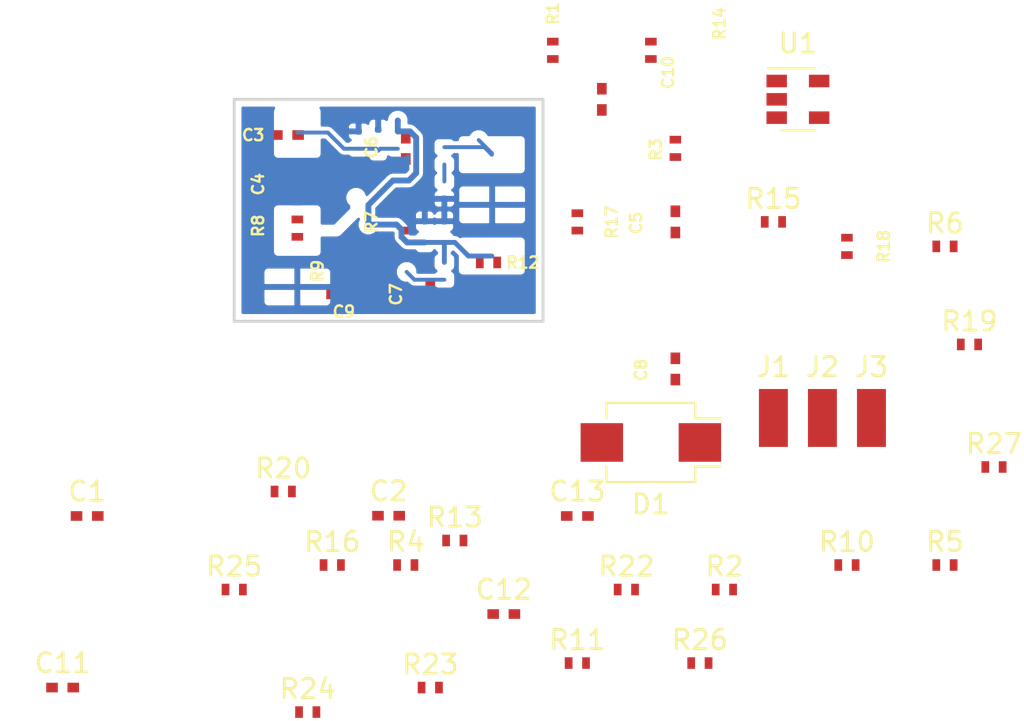
<source format=kicad_pcb>
(kicad_pcb (version 4) (host pcbnew 4.0.6-e0-6349~53~ubuntu16.04.1)

  (general
    (links 63)
    (no_connects 63)
    (area 124.924999 115.924999 141.075001 127.575001)
    (thickness 1)
    (drawings 8)
    (tracks 38)
    (zones 0)
    (modules 44)
    (nets 24)
  )

  (page A4)
  (layers
    (0 F.Cu mixed)
    (31 B.Cu mixed hide)
    (32 B.Adhes user)
    (33 F.Adhes user)
    (34 B.Paste user)
    (35 F.Paste user)
    (36 B.SilkS user)
    (37 F.SilkS user)
    (38 B.Mask user)
    (39 F.Mask user)
    (40 Dwgs.User user)
    (41 Cmts.User user)
    (42 Eco1.User user)
    (43 Eco2.User user)
    (44 Edge.Cuts user)
    (45 Margin user)
    (46 B.CrtYd user)
    (47 F.CrtYd user)
    (48 B.Fab user hide)
    (49 F.Fab user hide)
  )

  (setup
    (last_trace_width 0.2032)
    (trace_clearance 0.1524)
    (zone_clearance 0.2032)
    (zone_45_only yes)
    (trace_min 0.1016)
    (segment_width 0.2)
    (edge_width 0.15)
    (via_size 0.6)
    (via_drill 0.4)
    (via_min_size 0.4)
    (via_min_drill 0.3)
    (uvia_size 0.3)
    (uvia_drill 0.1)
    (uvias_allowed no)
    (uvia_min_size 0)
    (uvia_min_drill 0)
    (pcb_text_width 0.3)
    (pcb_text_size 1.27 1.5)
    (mod_edge_width 0.15)
    (mod_text_size 0.5842 0.5842)
    (mod_text_width 0.127)
    (pad_size 1.5 3)
    (pad_drill 0)
    (pad_to_mask_clearance 0.1016)
    (pad_to_paste_clearance -0.0762)
    (aux_axis_origin 125 116)
    (grid_origin 125 116)
    (visible_elements FFFEFF7F)
    (pcbplotparams
      (layerselection 0x012fc_80000001)
      (usegerberextensions true)
      (excludeedgelayer true)
      (linewidth 0.100000)
      (plotframeref false)
      (viasonmask true)
      (mode 1)
      (useauxorigin false)
      (hpglpennumber 1)
      (hpglpenspeed 20)
      (hpglpendiameter 15)
      (hpglpenoverlay 2)
      (psnegative false)
      (psa4output false)
      (plotreference true)
      (plotvalue false)
      (plotinvisibletext false)
      (padsonsilk false)
      (subtractmaskfromsilk false)
      (outputformat 1)
      (mirror false)
      (drillshape 0)
      (scaleselection 1)
      (outputdirectory grb))
  )

  (net 0 "")
  (net 1 "Net-(C1-Pad1)")
  (net 2 GND)
  (net 3 "Net-(C2-Pad1)")
  (net 4 "Net-(C4-Pad2)")
  (net 5 "Net-(C6-Pad1)")
  (net 6 "Net-(C7-Pad1)")
  (net 7 "Net-(C7-Pad2)")
  (net 8 "Net-(D1-Pad2)")
  (net 9 "Net-(C1-Pad2)")
  (net 10 "Net-(C3-Pad1)")
  (net 11 "Net-(C5-Pad1)")
  (net 12 "Net-(C6-Pad2)")
  (net 13 "Net-(C8-Pad2)")
  (net 14 P1)
  (net 15 "Net-(C9-Pad2)")
  (net 16 "Net-(C10-Pad2)")
  (net 17 "Net-(C11-Pad2)")
  (net 18 "Net-(C12-Pad2)")
  (net 19 +3V3)
  (net 20 "Net-(J1-Pad1)")
  (net 21 "Net-(Q3-Pad3)")
  (net 22 "Net-(R23-Pad1)")
  (net 23 "Net-(R26-Pad1)")

  (net_class Default "This is the default net class."
    (clearance 0.1524)
    (trace_width 0.2032)
    (via_dia 0.6)
    (via_drill 0.4)
    (uvia_dia 0.3)
    (uvia_drill 0.1)
    (add_net +3V3)
    (add_net "Net-(C1-Pad1)")
    (add_net "Net-(C1-Pad2)")
    (add_net "Net-(C10-Pad2)")
    (add_net "Net-(C11-Pad2)")
    (add_net "Net-(C12-Pad2)")
    (add_net "Net-(C2-Pad1)")
    (add_net "Net-(C3-Pad1)")
    (add_net "Net-(C4-Pad2)")
    (add_net "Net-(C5-Pad1)")
    (add_net "Net-(C6-Pad1)")
    (add_net "Net-(C6-Pad2)")
    (add_net "Net-(C7-Pad1)")
    (add_net "Net-(C7-Pad2)")
    (add_net "Net-(C8-Pad2)")
    (add_net "Net-(C9-Pad2)")
    (add_net "Net-(D1-Pad2)")
    (add_net "Net-(J1-Pad1)")
    (add_net "Net-(Q3-Pad3)")
    (add_net "Net-(R23-Pad1)")
    (add_net "Net-(R26-Pad1)")
    (add_net P1)
  )

  (net_class PWR ""
    (clearance 0.1524)
    (trace_width 0.3048)
    (via_dia 0.6)
    (via_drill 0.4)
    (uvia_dia 0.3)
    (uvia_drill 0.1)
    (add_net GND)
  )

  (module Capacitors_SMD:C_0402_NoSilk (layer F.Cu) (tedit 58F7ABFB) (tstamp 58F4FDDE)
    (at 130.6195 126.103 180)
    (descr "Capacitor SMD 0402, reflow soldering, AVX (see smccp.pdf)")
    (tags "capacitor 0402")
    (path /59AFB8C9)
    (attr smd)
    (fp_text reference C9 (at -0.0635 -0.897 180) (layer F.SilkS)
      (effects (font (size 0.5842 0.5842) (thickness 0.127)))
    )
    (fp_text value 100n (at 0 1.27 180) (layer F.Fab)
      (effects (font (size 1 1) (thickness 0.15)))
    )
    (fp_text user %R (at 0 -1.27 180) (layer F.Fab)
      (effects (font (size 1 1) (thickness 0.15)))
    )
    (fp_line (start -0.5 0.25) (end -0.5 -0.25) (layer F.Fab) (width 0.1))
    (fp_line (start 0.5 0.25) (end -0.5 0.25) (layer F.Fab) (width 0.1))
    (fp_line (start 0.5 -0.25) (end 0.5 0.25) (layer F.Fab) (width 0.1))
    (fp_line (start -0.5 -0.25) (end 0.5 -0.25) (layer F.Fab) (width 0.1))
    (fp_line (start -1 -0.4) (end 1 -0.4) (layer F.CrtYd) (width 0.05))
    (fp_line (start -1 -0.4) (end -1 0.4) (layer F.CrtYd) (width 0.05))
    (fp_line (start 1 0.4) (end 1 -0.4) (layer F.CrtYd) (width 0.05))
    (fp_line (start 1 0.4) (end -1 0.4) (layer F.CrtYd) (width 0.05))
    (pad 1 smd rect (at -0.55 0 180) (size 0.6 0.5) (layers F.Cu F.Paste F.Mask)
      (net 14 P1))
    (pad 2 smd rect (at 0.55 0 180) (size 0.6 0.5) (layers F.Cu F.Paste F.Mask)
      (net 15 "Net-(C9-Pad2)"))
    (model Capacitors_SMD.3dshapes/C_0402.wrl
      (at (xyz 0 0 0))
      (scale (xyz 1 1 1))
      (rotate (xyz 0 0 0))
    )
  )

  (module Opto-Devices:PhotoDiode_SMD-DIL2_4.5x4 (layer F.Cu) (tedit 588BD35E) (tstamp 59DD4C1A)
    (at 146.59 133.78 180)
    (descr "PhotoDiode, plastic SMD DIL, 4.5x4mm²")
    (tags "PhotoDiode plastic SMD DIL")
    (path /59AE3335)
    (attr smd)
    (fp_text reference D1 (at 0.01 -3.2 180) (layer F.SilkS)
      (effects (font (size 1 1) (thickness 0.15)))
    )
    (fp_text value BPW34 (at 0 3.17 180) (layer F.Fab)
      (effects (font (size 1 1) (thickness 0.15)))
    )
    (fp_line (start -3.65 1.25) (end -2.3 1.25) (layer F.SilkS) (width 0.12))
    (fp_line (start -2.3 1.25) (end -2.3 2.05) (layer F.SilkS) (width 0.12))
    (fp_line (start -2.3 2.05) (end 2.3 2.05) (layer F.SilkS) (width 0.12))
    (fp_line (start 2.3 2.05) (end 2.3 1.25) (layer F.SilkS) (width 0.12))
    (fp_line (start 2.3 -1.25) (end 2.3 -2.05) (layer F.SilkS) (width 0.12))
    (fp_line (start 2.3 -2.05) (end -2.3 -2.05) (layer F.SilkS) (width 0.12))
    (fp_line (start -2.3 -2.05) (end -2.3 -1.25) (layer F.SilkS) (width 0.12))
    (fp_line (start -2.3 -1.25) (end -3.6 -1.25) (layer F.SilkS) (width 0.12))
    (fp_line (start -2.25 -1.4) (end -2.25 2) (layer F.Fab) (width 0.1))
    (fp_line (start -2.25 -1.4) (end -1.65 -2) (layer F.Fab) (width 0.1))
    (fp_line (start -1.65 -2) (end 2.25 -2) (layer F.Fab) (width 0.1))
    (fp_line (start 2.25 -2) (end 2.25 2) (layer F.Fab) (width 0.1))
    (fp_line (start 2.25 2) (end -2.25 2) (layer F.Fab) (width 0.1))
    (fp_line (start 0.45 -0.38) (end 0.71 -0.38) (layer F.Fab) (width 0.1))
    (fp_line (start 0.45 -0.38) (end 0.45 -0.64) (layer F.Fab) (width 0.1))
    (fp_line (start -0.05 -0.38) (end 0.2 -0.38) (layer F.Fab) (width 0.1))
    (fp_line (start -0.05 -0.38) (end -0.05 -0.64) (layer F.Fab) (width 0.1))
    (fp_line (start 0.71 -1.14) (end -0.05 -0.38) (layer F.Fab) (width 0.1))
    (fp_line (start 1.22 -1.14) (end 0.45 -0.38) (layer F.Fab) (width 0.1))
    (fp_line (start -0.31 0.64) (end 0.33 0) (layer F.Fab) (width 0.1))
    (fp_line (start 0.33 0) (end 0.33 1.27) (layer F.Fab) (width 0.1))
    (fp_line (start 0.33 1.27) (end -0.31 0.64) (layer F.Fab) (width 0.1))
    (fp_line (start -0.31 0) (end -0.31 1.27) (layer F.Fab) (width 0.1))
    (fp_line (start -1.27 0.64) (end 1.27 0.64) (layer F.Fab) (width 0.1))
    (fp_line (start -3.89 -2.25) (end 3.89 -2.25) (layer F.CrtYd) (width 0.05))
    (fp_line (start -3.89 -2.25) (end -3.89 2.25) (layer F.CrtYd) (width 0.05))
    (fp_line (start 3.89 2.25) (end 3.89 -2.25) (layer F.CrtYd) (width 0.05))
    (fp_line (start 3.89 2.25) (end -3.89 2.25) (layer F.CrtYd) (width 0.05))
    (pad 2 smd rect (at 2.54 0) (size 2.2 2) (layers F.Cu F.Paste F.Mask)
      (net 8 "Net-(D1-Pad2)"))
    (pad 1 smd rect (at -2.54 0) (size 2.2 2) (layers F.Cu F.Paste F.Mask)
      (net 9 "Net-(C1-Pad2)"))
  )

  (module Capacitors_SMD:C_0402_NoSilk (layer F.Cu) (tedit 58F7AD83) (tstamp 58F4FDC0)
    (at 127.762 117.848 180)
    (descr "Capacitor SMD 0402, reflow soldering, AVX (see smccp.pdf)")
    (tags "capacitor 0402")
    (path /59AF3C67)
    (attr smd)
    (fp_text reference C3 (at 1.778 -0.008 180) (layer F.SilkS)
      (effects (font (size 0.5842 0.5842) (thickness 0.127)))
    )
    (fp_text value 100n (at 0 1.27 180) (layer F.Fab)
      (effects (font (size 1 1) (thickness 0.15)))
    )
    (fp_text user %R (at 0 -1.27 180) (layer F.Fab)
      (effects (font (size 1 1) (thickness 0.15)))
    )
    (fp_line (start -0.5 0.25) (end -0.5 -0.25) (layer F.Fab) (width 0.1))
    (fp_line (start 0.5 0.25) (end -0.5 0.25) (layer F.Fab) (width 0.1))
    (fp_line (start 0.5 -0.25) (end 0.5 0.25) (layer F.Fab) (width 0.1))
    (fp_line (start -0.5 -0.25) (end 0.5 -0.25) (layer F.Fab) (width 0.1))
    (fp_line (start -1 -0.4) (end 1 -0.4) (layer F.CrtYd) (width 0.05))
    (fp_line (start -1 -0.4) (end -1 0.4) (layer F.CrtYd) (width 0.05))
    (fp_line (start 1 0.4) (end 1 -0.4) (layer F.CrtYd) (width 0.05))
    (fp_line (start 1 0.4) (end -1 0.4) (layer F.CrtYd) (width 0.05))
    (pad 1 smd rect (at -0.55 0 180) (size 0.6 0.5) (layers F.Cu F.Paste F.Mask)
      (net 10 "Net-(C3-Pad1)"))
    (pad 2 smd rect (at 0.55 0 180) (size 0.6 0.5) (layers F.Cu F.Paste F.Mask)
      (net 1 "Net-(C1-Pad1)"))
    (model Capacitors_SMD.3dshapes/C_0402.wrl
      (at (xyz 0 0 0))
      (scale (xyz 1 1 1))
      (rotate (xyz 0 0 0))
    )
  )

  (module Capacitors_SMD:C_0402_NoSilk (layer F.Cu) (tedit 58F7ADD2) (tstamp 58F4FDC5)
    (at 128.27 120.642 270)
    (descr "Capacitor SMD 0402, reflow soldering, AVX (see smccp.pdf)")
    (tags "capacitor 0402")
    (path /59AECF5C)
    (attr smd)
    (fp_text reference C4 (at -0.246 2.032 270) (layer F.SilkS)
      (effects (font (size 0.5842 0.5842) (thickness 0.127)))
    )
    (fp_text value 100n (at 0 1.27 270) (layer F.Fab)
      (effects (font (size 1 1) (thickness 0.15)))
    )
    (fp_text user %R (at 0 -1.27 270) (layer F.Fab)
      (effects (font (size 1 1) (thickness 0.15)))
    )
    (fp_line (start -0.5 0.25) (end -0.5 -0.25) (layer F.Fab) (width 0.1))
    (fp_line (start 0.5 0.25) (end -0.5 0.25) (layer F.Fab) (width 0.1))
    (fp_line (start 0.5 -0.25) (end 0.5 0.25) (layer F.Fab) (width 0.1))
    (fp_line (start -0.5 -0.25) (end 0.5 -0.25) (layer F.Fab) (width 0.1))
    (fp_line (start -1 -0.4) (end 1 -0.4) (layer F.CrtYd) (width 0.05))
    (fp_line (start -1 -0.4) (end -1 0.4) (layer F.CrtYd) (width 0.05))
    (fp_line (start 1 0.4) (end 1 -0.4) (layer F.CrtYd) (width 0.05))
    (fp_line (start 1 0.4) (end -1 0.4) (layer F.CrtYd) (width 0.05))
    (pad 1 smd rect (at -0.55 0 270) (size 0.6 0.5) (layers F.Cu F.Paste F.Mask)
      (net 2 GND))
    (pad 2 smd rect (at 0.55 0 270) (size 0.6 0.5) (layers F.Cu F.Paste F.Mask)
      (net 4 "Net-(C4-Pad2)"))
    (model Capacitors_SMD.3dshapes/C_0402.wrl
      (at (xyz 0 0 0))
      (scale (xyz 1 1 1))
      (rotate (xyz 0 0 0))
    )
  )

  (module Capacitors_SMD:C_0402_NoSilk (layer F.Cu) (tedit 58F7AEFF) (tstamp 58F4FDCA)
    (at 147.86 122.35 90)
    (descr "Capacitor SMD 0402, reflow soldering, AVX (see smccp.pdf)")
    (tags "capacitor 0402")
    (path /59AF28C2)
    (attr smd)
    (fp_text reference C5 (at -0.0555 -2.032 90) (layer F.SilkS)
      (effects (font (size 0.5842 0.5842) (thickness 0.127)))
    )
    (fp_text value 100n (at 0 1.27 90) (layer F.Fab)
      (effects (font (size 1 1) (thickness 0.15)))
    )
    (fp_text user %R (at 0 -1.27 90) (layer F.Fab)
      (effects (font (size 1 1) (thickness 0.15)))
    )
    (fp_line (start -0.5 0.25) (end -0.5 -0.25) (layer F.Fab) (width 0.1))
    (fp_line (start 0.5 0.25) (end -0.5 0.25) (layer F.Fab) (width 0.1))
    (fp_line (start 0.5 -0.25) (end 0.5 0.25) (layer F.Fab) (width 0.1))
    (fp_line (start -0.5 -0.25) (end 0.5 -0.25) (layer F.Fab) (width 0.1))
    (fp_line (start -1 -0.4) (end 1 -0.4) (layer F.CrtYd) (width 0.05))
    (fp_line (start -1 -0.4) (end -1 0.4) (layer F.CrtYd) (width 0.05))
    (fp_line (start 1 0.4) (end 1 -0.4) (layer F.CrtYd) (width 0.05))
    (fp_line (start 1 0.4) (end -1 0.4) (layer F.CrtYd) (width 0.05))
    (pad 1 smd rect (at -0.55 0 90) (size 0.6 0.5) (layers F.Cu F.Paste F.Mask)
      (net 11 "Net-(C5-Pad1)"))
    (pad 2 smd rect (at 0.55 0 90) (size 0.6 0.5) (layers F.Cu F.Paste F.Mask)
      (net 2 GND))
    (model Capacitors_SMD.3dshapes/C_0402.wrl
      (at (xyz 0 0 0))
      (scale (xyz 1 1 1))
      (rotate (xyz 0 0 0))
    )
  )

  (module Capacitors_SMD:C_0402_NoSilk (layer F.Cu) (tedit 58F7ADDB) (tstamp 58F4FDCF)
    (at 133.89 118.54 90)
    (descr "Capacitor SMD 0402, reflow soldering, AVX (see smccp.pdf)")
    (tags "capacitor 0402")
    (path /59AF78AD)
    (attr smd)
    (fp_text reference C6 (at 0.0555 -1.778 90) (layer F.SilkS)
      (effects (font (size 0.5842 0.5842) (thickness 0.127)))
    )
    (fp_text value 1n (at 0 1.27 90) (layer F.Fab)
      (effects (font (size 1 1) (thickness 0.15)))
    )
    (fp_text user %R (at 0 -1.27 90) (layer F.Fab)
      (effects (font (size 1 1) (thickness 0.15)))
    )
    (fp_line (start -0.5 0.25) (end -0.5 -0.25) (layer F.Fab) (width 0.1))
    (fp_line (start 0.5 0.25) (end -0.5 0.25) (layer F.Fab) (width 0.1))
    (fp_line (start 0.5 -0.25) (end 0.5 0.25) (layer F.Fab) (width 0.1))
    (fp_line (start -0.5 -0.25) (end 0.5 -0.25) (layer F.Fab) (width 0.1))
    (fp_line (start -1 -0.4) (end 1 -0.4) (layer F.CrtYd) (width 0.05))
    (fp_line (start -1 -0.4) (end -1 0.4) (layer F.CrtYd) (width 0.05))
    (fp_line (start 1 0.4) (end 1 -0.4) (layer F.CrtYd) (width 0.05))
    (fp_line (start 1 0.4) (end -1 0.4) (layer F.CrtYd) (width 0.05))
    (pad 1 smd rect (at -0.55 0 90) (size 0.6 0.5) (layers F.Cu F.Paste F.Mask)
      (net 5 "Net-(C6-Pad1)"))
    (pad 2 smd rect (at 0.55 0 90) (size 0.6 0.5) (layers F.Cu F.Paste F.Mask)
      (net 12 "Net-(C6-Pad2)"))
    (model Capacitors_SMD.3dshapes/C_0402.wrl
      (at (xyz 0 0 0))
      (scale (xyz 1 1 1))
      (rotate (xyz 0 0 0))
    )
  )

  (module Capacitors_SMD:C_0402_NoSilk (layer F.Cu) (tedit 58F7ADFB) (tstamp 58F4FDD4)
    (at 135.16 126.16 90)
    (descr "Capacitor SMD 0402, reflow soldering, AVX (see smccp.pdf)")
    (tags "capacitor 0402")
    (path /59AF57F2)
    (attr smd)
    (fp_text reference C7 (at 0.0555 -1.778 90) (layer F.SilkS)
      (effects (font (size 0.5842 0.5842) (thickness 0.127)))
    )
    (fp_text value 100n (at 0 1.27 90) (layer F.Fab)
      (effects (font (size 1 1) (thickness 0.15)))
    )
    (fp_text user %R (at 0 -1.27 90) (layer F.Fab)
      (effects (font (size 1 1) (thickness 0.15)))
    )
    (fp_line (start -0.5 0.25) (end -0.5 -0.25) (layer F.Fab) (width 0.1))
    (fp_line (start 0.5 0.25) (end -0.5 0.25) (layer F.Fab) (width 0.1))
    (fp_line (start 0.5 -0.25) (end 0.5 0.25) (layer F.Fab) (width 0.1))
    (fp_line (start -0.5 -0.25) (end 0.5 -0.25) (layer F.Fab) (width 0.1))
    (fp_line (start -1 -0.4) (end 1 -0.4) (layer F.CrtYd) (width 0.05))
    (fp_line (start -1 -0.4) (end -1 0.4) (layer F.CrtYd) (width 0.05))
    (fp_line (start 1 0.4) (end 1 -0.4) (layer F.CrtYd) (width 0.05))
    (fp_line (start 1 0.4) (end -1 0.4) (layer F.CrtYd) (width 0.05))
    (pad 1 smd rect (at -0.55 0 90) (size 0.6 0.5) (layers F.Cu F.Paste F.Mask)
      (net 6 "Net-(C7-Pad1)"))
    (pad 2 smd rect (at 0.55 0 90) (size 0.6 0.5) (layers F.Cu F.Paste F.Mask)
      (net 7 "Net-(C7-Pad2)"))
    (model Capacitors_SMD.3dshapes/C_0402.wrl
      (at (xyz 0 0 0))
      (scale (xyz 1 1 1))
      (rotate (xyz 0 0 0))
    )
  )

  (module Capacitors_SMD:C_0402_NoSilk (layer F.Cu) (tedit 58F7AF05) (tstamp 58F4FDD9)
    (at 147.86 129.97 90)
    (descr "Capacitor SMD 0402, reflow soldering, AVX (see smccp.pdf)")
    (tags "capacitor 0402")
    (path /59AF8C82)
    (attr smd)
    (fp_text reference C8 (at -0.0555 -1.778 90) (layer F.SilkS)
      (effects (font (size 0.5842 0.5842) (thickness 0.127)))
    )
    (fp_text value 1n (at 0 1.27 90) (layer F.Fab)
      (effects (font (size 1 1) (thickness 0.15)))
    )
    (fp_text user %R (at 0 -1.27 90) (layer F.Fab)
      (effects (font (size 1 1) (thickness 0.15)))
    )
    (fp_line (start -0.5 0.25) (end -0.5 -0.25) (layer F.Fab) (width 0.1))
    (fp_line (start 0.5 0.25) (end -0.5 0.25) (layer F.Fab) (width 0.1))
    (fp_line (start 0.5 -0.25) (end 0.5 0.25) (layer F.Fab) (width 0.1))
    (fp_line (start -0.5 -0.25) (end 0.5 -0.25) (layer F.Fab) (width 0.1))
    (fp_line (start -1 -0.4) (end 1 -0.4) (layer F.CrtYd) (width 0.05))
    (fp_line (start -1 -0.4) (end -1 0.4) (layer F.CrtYd) (width 0.05))
    (fp_line (start 1 0.4) (end 1 -0.4) (layer F.CrtYd) (width 0.05))
    (fp_line (start 1 0.4) (end -1 0.4) (layer F.CrtYd) (width 0.05))
    (pad 1 smd rect (at -0.55 0 90) (size 0.6 0.5) (layers F.Cu F.Paste F.Mask)
      (net 2 GND))
    (pad 2 smd rect (at 0.55 0 90) (size 0.6 0.5) (layers F.Cu F.Paste F.Mask)
      (net 13 "Net-(C8-Pad2)"))
    (model Capacitors_SMD.3dshapes/C_0402.wrl
      (at (xyz 0 0 0))
      (scale (xyz 1 1 1))
      (rotate (xyz 0 0 0))
    )
  )

  (module Capacitors_SMD:C_0402_NoSilk (layer F.Cu) (tedit 58F7AD34) (tstamp 58F4FDE3)
    (at 144.05 116 90)
    (descr "Capacitor SMD 0402, reflow soldering, AVX (see smccp.pdf)")
    (tags "capacitor 0402")
    (path /59B002E3)
    (attr smd)
    (fp_text reference C10 (at 1.389 3.429 90) (layer F.SilkS)
      (effects (font (size 0.5842 0.5842) (thickness 0.127)))
    )
    (fp_text value 100p (at 0 1.27 90) (layer F.Fab)
      (effects (font (size 1 1) (thickness 0.15)))
    )
    (fp_text user %R (at 0 -1.27 90) (layer F.Fab)
      (effects (font (size 1 1) (thickness 0.15)))
    )
    (fp_line (start -0.5 0.25) (end -0.5 -0.25) (layer F.Fab) (width 0.1))
    (fp_line (start 0.5 0.25) (end -0.5 0.25) (layer F.Fab) (width 0.1))
    (fp_line (start 0.5 -0.25) (end 0.5 0.25) (layer F.Fab) (width 0.1))
    (fp_line (start -0.5 -0.25) (end 0.5 -0.25) (layer F.Fab) (width 0.1))
    (fp_line (start -1 -0.4) (end 1 -0.4) (layer F.CrtYd) (width 0.05))
    (fp_line (start -1 -0.4) (end -1 0.4) (layer F.CrtYd) (width 0.05))
    (fp_line (start 1 0.4) (end 1 -0.4) (layer F.CrtYd) (width 0.05))
    (fp_line (start 1 0.4) (end -1 0.4) (layer F.CrtYd) (width 0.05))
    (pad 1 smd rect (at -0.55 0 90) (size 0.6 0.5) (layers F.Cu F.Paste F.Mask)
      (net 2 GND))
    (pad 2 smd rect (at 0.55 0 90) (size 0.6 0.5) (layers F.Cu F.Paste F.Mask)
      (net 16 "Net-(C10-Pad2)"))
    (model Capacitors_SMD.3dshapes/C_0402.wrl
      (at (xyz 0 0 0))
      (scale (xyz 1 1 1))
      (rotate (xyz 0 0 0))
    )
  )

  (module Resistors_SMD:R_0402_NoSilk (layer F.Cu) (tedit 58F7AF45) (tstamp 58F4FDE8)
    (at 141.51 113.46 90)
    (descr "Resistor SMD 0402, reflow soldering, Vishay (see dcrcw.pdf)")
    (tags "resistor 0402")
    (path /59AE28B7)
    (attr smd)
    (fp_text reference R1 (at 1.905 0 90) (layer F.SilkS)
      (effects (font (size 0.5842 0.5842) (thickness 0.127)))
    )
    (fp_text value 10k (at 0 1.25 90) (layer F.Fab)
      (effects (font (size 1 1) (thickness 0.15)))
    )
    (fp_text user %R (at 0 -1.2 90) (layer F.Fab)
      (effects (font (size 1 1) (thickness 0.15)))
    )
    (fp_line (start -0.5 0.25) (end -0.5 -0.25) (layer F.Fab) (width 0.1))
    (fp_line (start 0.5 0.25) (end -0.5 0.25) (layer F.Fab) (width 0.1))
    (fp_line (start 0.5 -0.25) (end 0.5 0.25) (layer F.Fab) (width 0.1))
    (fp_line (start -0.5 -0.25) (end 0.5 -0.25) (layer F.Fab) (width 0.1))
    (fp_line (start -0.8 -0.45) (end 0.8 -0.45) (layer F.CrtYd) (width 0.05))
    (fp_line (start -0.8 -0.45) (end -0.8 0.45) (layer F.CrtYd) (width 0.05))
    (fp_line (start 0.8 0.45) (end 0.8 -0.45) (layer F.CrtYd) (width 0.05))
    (fp_line (start 0.8 0.45) (end -0.8 0.45) (layer F.CrtYd) (width 0.05))
    (pad 1 smd rect (at -0.45 0 90) (size 0.4 0.6) (layers F.Cu F.Paste F.Mask)
      (net 4 "Net-(C4-Pad2)"))
    (pad 2 smd rect (at 0.45 0 90) (size 0.4 0.6) (layers F.Cu F.Paste F.Mask)
      (net 3 "Net-(C2-Pad1)"))
    (model ${KISYS3DMOD}/Resistors_SMD.3dshapes/R_0402.wrl
      (at (xyz 0 0 0))
      (scale (xyz 1 1 1))
      (rotate (xyz 0 0 0))
    )
  )

  (module Resistors_SMD:R_0402_NoSilk (layer F.Cu) (tedit 58F7AED6) (tstamp 58F4FDF2)
    (at 147.86 118.54 90)
    (descr "Resistor SMD 0402, reflow soldering, Vishay (see dcrcw.pdf)")
    (tags "resistor 0402")
    (path /59AE2992)
    (attr smd)
    (fp_text reference R3 (at -0.0555 -1.016 90) (layer F.SilkS)
      (effects (font (size 0.5842 0.5842) (thickness 0.127)))
    )
    (fp_text value 10k (at 0 1.25 90) (layer F.Fab)
      (effects (font (size 1 1) (thickness 0.15)))
    )
    (fp_text user %R (at 0 -1.2 90) (layer F.Fab)
      (effects (font (size 1 1) (thickness 0.15)))
    )
    (fp_line (start -0.5 0.25) (end -0.5 -0.25) (layer F.Fab) (width 0.1))
    (fp_line (start 0.5 0.25) (end -0.5 0.25) (layer F.Fab) (width 0.1))
    (fp_line (start 0.5 -0.25) (end 0.5 0.25) (layer F.Fab) (width 0.1))
    (fp_line (start -0.5 -0.25) (end 0.5 -0.25) (layer F.Fab) (width 0.1))
    (fp_line (start -0.8 -0.45) (end 0.8 -0.45) (layer F.CrtYd) (width 0.05))
    (fp_line (start -0.8 -0.45) (end -0.8 0.45) (layer F.CrtYd) (width 0.05))
    (fp_line (start 0.8 0.45) (end 0.8 -0.45) (layer F.CrtYd) (width 0.05))
    (fp_line (start 0.8 0.45) (end -0.8 0.45) (layer F.CrtYd) (width 0.05))
    (pad 1 smd rect (at -0.45 0 90) (size 0.4 0.6) (layers F.Cu F.Paste F.Mask)
      (net 3 "Net-(C2-Pad1)"))
    (pad 2 smd rect (at 0.45 0 90) (size 0.4 0.6) (layers F.Cu F.Paste F.Mask)
      (net 9 "Net-(C1-Pad2)"))
    (model ${KISYS3DMOD}/Resistors_SMD.3dshapes/R_0402.wrl
      (at (xyz 0 0 0))
      (scale (xyz 1 1 1))
      (rotate (xyz 0 0 0))
    )
  )

  (module Resistors_SMD:R_0402_NoSilk (layer F.Cu) (tedit 58F7ADCB) (tstamp 58F4FE06)
    (at 133.89 122.35 270)
    (descr "Resistor SMD 0402, reflow soldering, Vishay (see dcrcw.pdf)")
    (tags "resistor 0402")
    (path /59AEC5CE)
    (attr smd)
    (fp_text reference R7 (at 0.008 1.778 270) (layer F.SilkS)
      (effects (font (size 0.5842 0.5842) (thickness 0.127)))
    )
    (fp_text value 33 (at 0 1.25 270) (layer F.Fab)
      (effects (font (size 1 1) (thickness 0.15)))
    )
    (fp_text user %R (at 0 -1.2 270) (layer F.Fab)
      (effects (font (size 1 1) (thickness 0.15)))
    )
    (fp_line (start -0.5 0.25) (end -0.5 -0.25) (layer F.Fab) (width 0.1))
    (fp_line (start 0.5 0.25) (end -0.5 0.25) (layer F.Fab) (width 0.1))
    (fp_line (start 0.5 -0.25) (end 0.5 0.25) (layer F.Fab) (width 0.1))
    (fp_line (start -0.5 -0.25) (end 0.5 -0.25) (layer F.Fab) (width 0.1))
    (fp_line (start -0.8 -0.45) (end 0.8 -0.45) (layer F.CrtYd) (width 0.05))
    (fp_line (start -0.8 -0.45) (end -0.8 0.45) (layer F.CrtYd) (width 0.05))
    (fp_line (start 0.8 0.45) (end 0.8 -0.45) (layer F.CrtYd) (width 0.05))
    (fp_line (start 0.8 0.45) (end -0.8 0.45) (layer F.CrtYd) (width 0.05))
    (pad 1 smd rect (at -0.45 0 270) (size 0.4 0.6) (layers F.Cu F.Paste F.Mask)
      (net 19 +3V3))
    (pad 2 smd rect (at 0.45 0 270) (size 0.4 0.6) (layers F.Cu F.Paste F.Mask)
      (net 4 "Net-(C4-Pad2)"))
    (model ${KISYS3DMOD}/Resistors_SMD.3dshapes/R_0402.wrl
      (at (xyz 0 0 0))
      (scale (xyz 1 1 1))
      (rotate (xyz 0 0 0))
    )
  )

  (module Resistors_SMD:R_0402_NoSilk (layer F.Cu) (tedit 58F7ADE2) (tstamp 58F4FE0B)
    (at 128.27 122.674 90)
    (descr "Resistor SMD 0402, reflow soldering, Vishay (see dcrcw.pdf)")
    (tags "resistor 0402")
    (path /59AF15D9)
    (attr smd)
    (fp_text reference R8 (at 0.119 -2.032 90) (layer F.SilkS)
      (effects (font (size 0.5842 0.5842) (thickness 0.127)))
    )
    (fp_text value 33 (at 0 1.25 90) (layer F.Fab)
      (effects (font (size 1 1) (thickness 0.15)))
    )
    (fp_text user %R (at 0 -1.2 90) (layer F.Fab)
      (effects (font (size 1 1) (thickness 0.15)))
    )
    (fp_line (start -0.5 0.25) (end -0.5 -0.25) (layer F.Fab) (width 0.1))
    (fp_line (start 0.5 0.25) (end -0.5 0.25) (layer F.Fab) (width 0.1))
    (fp_line (start 0.5 -0.25) (end 0.5 0.25) (layer F.Fab) (width 0.1))
    (fp_line (start -0.5 -0.25) (end 0.5 -0.25) (layer F.Fab) (width 0.1))
    (fp_line (start -0.8 -0.45) (end 0.8 -0.45) (layer F.CrtYd) (width 0.05))
    (fp_line (start -0.8 -0.45) (end -0.8 0.45) (layer F.CrtYd) (width 0.05))
    (fp_line (start 0.8 0.45) (end 0.8 -0.45) (layer F.CrtYd) (width 0.05))
    (fp_line (start 0.8 0.45) (end -0.8 0.45) (layer F.CrtYd) (width 0.05))
    (pad 1 smd rect (at -0.45 0 90) (size 0.4 0.6) (layers F.Cu F.Paste F.Mask)
      (net 19 +3V3))
    (pad 2 smd rect (at 0.45 0 90) (size 0.4 0.6) (layers F.Cu F.Paste F.Mask)
      (net 11 "Net-(C5-Pad1)"))
    (model ${KISYS3DMOD}/Resistors_SMD.3dshapes/R_0402.wrl
      (at (xyz 0 0 0))
      (scale (xyz 1 1 1))
      (rotate (xyz 0 0 0))
    )
  )

  (module Resistors_SMD:R_0402_NoSilk (layer F.Cu) (tedit 58F7ADF6) (tstamp 58F4FE10)
    (at 131.35 124.89 90)
    (descr "Resistor SMD 0402, reflow soldering, Vishay (see dcrcw.pdf)")
    (tags "resistor 0402")
    (path /59AF3D4E)
    (attr smd)
    (fp_text reference R9 (at -0.008 -2.032 90) (layer F.SilkS)
      (effects (font (size 0.5842 0.5842) (thickness 0.127)))
    )
    (fp_text value 15k (at 0 1.25 90) (layer F.Fab)
      (effects (font (size 1 1) (thickness 0.15)))
    )
    (fp_text user %R (at 0 -1.2 90) (layer F.Fab)
      (effects (font (size 1 1) (thickness 0.15)))
    )
    (fp_line (start -0.5 0.25) (end -0.5 -0.25) (layer F.Fab) (width 0.1))
    (fp_line (start 0.5 0.25) (end -0.5 0.25) (layer F.Fab) (width 0.1))
    (fp_line (start 0.5 -0.25) (end 0.5 0.25) (layer F.Fab) (width 0.1))
    (fp_line (start -0.5 -0.25) (end 0.5 -0.25) (layer F.Fab) (width 0.1))
    (fp_line (start -0.8 -0.45) (end 0.8 -0.45) (layer F.CrtYd) (width 0.05))
    (fp_line (start -0.8 -0.45) (end -0.8 0.45) (layer F.CrtYd) (width 0.05))
    (fp_line (start 0.8 0.45) (end 0.8 -0.45) (layer F.CrtYd) (width 0.05))
    (fp_line (start 0.8 0.45) (end -0.8 0.45) (layer F.CrtYd) (width 0.05))
    (pad 1 smd rect (at -0.45 0 90) (size 0.4 0.6) (layers F.Cu F.Paste F.Mask)
      (net 11 "Net-(C5-Pad1)"))
    (pad 2 smd rect (at 0.45 0 90) (size 0.4 0.6) (layers F.Cu F.Paste F.Mask)
      (net 10 "Net-(C3-Pad1)"))
    (model ${KISYS3DMOD}/Resistors_SMD.3dshapes/R_0402.wrl
      (at (xyz 0 0 0))
      (scale (xyz 1 1 1))
      (rotate (xyz 0 0 0))
    )
  )

  (module Resistors_SMD:R_0402_NoSilk (layer F.Cu) (tedit 58F7AC44) (tstamp 58F4FE1F)
    (at 138.176 124.452 180)
    (descr "Resistor SMD 0402, reflow soldering, Vishay (see dcrcw.pdf)")
    (tags "resistor 0402")
    (path /59AF76AA)
    (attr smd)
    (fp_text reference R12 (at -1.778 -0.008 180) (layer F.SilkS)
      (effects (font (size 0.5842 0.5842) (thickness 0.127)))
    )
    (fp_text value 1k (at 0 1.25 180) (layer F.Fab)
      (effects (font (size 1 1) (thickness 0.15)))
    )
    (fp_text user %R (at 0 -1.2 180) (layer F.Fab)
      (effects (font (size 1 1) (thickness 0.15)))
    )
    (fp_line (start -0.5 0.25) (end -0.5 -0.25) (layer F.Fab) (width 0.1))
    (fp_line (start 0.5 0.25) (end -0.5 0.25) (layer F.Fab) (width 0.1))
    (fp_line (start 0.5 -0.25) (end 0.5 0.25) (layer F.Fab) (width 0.1))
    (fp_line (start -0.5 -0.25) (end 0.5 -0.25) (layer F.Fab) (width 0.1))
    (fp_line (start -0.8 -0.45) (end 0.8 -0.45) (layer F.CrtYd) (width 0.05))
    (fp_line (start -0.8 -0.45) (end -0.8 0.45) (layer F.CrtYd) (width 0.05))
    (fp_line (start 0.8 0.45) (end 0.8 -0.45) (layer F.CrtYd) (width 0.05))
    (fp_line (start 0.8 0.45) (end -0.8 0.45) (layer F.CrtYd) (width 0.05))
    (pad 1 smd rect (at -0.45 0 180) (size 0.4 0.6) (layers F.Cu F.Paste F.Mask)
      (net 12 "Net-(C6-Pad2)"))
    (pad 2 smd rect (at 0.45 0 180) (size 0.4 0.6) (layers F.Cu F.Paste F.Mask)
      (net 5 "Net-(C6-Pad1)"))
    (model ${KISYS3DMOD}/Resistors_SMD.3dshapes/R_0402.wrl
      (at (xyz 0 0 0))
      (scale (xyz 1 1 1))
      (rotate (xyz 0 0 0))
    )
  )

  (module Resistors_SMD:R_0402_NoSilk (layer F.Cu) (tedit 58F7AD3C) (tstamp 58F4FE29)
    (at 146.59 113.46 270)
    (descr "Resistor SMD 0402, reflow soldering, Vishay (see dcrcw.pdf)")
    (tags "resistor 0402")
    (path /59AF73AD)
    (attr smd)
    (fp_text reference R14 (at -1.389 -3.556 270) (layer F.SilkS)
      (effects (font (size 0.5842 0.5842) (thickness 0.127)))
    )
    (fp_text value 15k (at 0 1.25 270) (layer F.Fab)
      (effects (font (size 1 1) (thickness 0.15)))
    )
    (fp_text user %R (at 0 -1.2 270) (layer F.Fab)
      (effects (font (size 1 1) (thickness 0.15)))
    )
    (fp_line (start -0.5 0.25) (end -0.5 -0.25) (layer F.Fab) (width 0.1))
    (fp_line (start 0.5 0.25) (end -0.5 0.25) (layer F.Fab) (width 0.1))
    (fp_line (start 0.5 -0.25) (end 0.5 0.25) (layer F.Fab) (width 0.1))
    (fp_line (start -0.5 -0.25) (end 0.5 -0.25) (layer F.Fab) (width 0.1))
    (fp_line (start -0.8 -0.45) (end 0.8 -0.45) (layer F.CrtYd) (width 0.05))
    (fp_line (start -0.8 -0.45) (end -0.8 0.45) (layer F.CrtYd) (width 0.05))
    (fp_line (start 0.8 0.45) (end 0.8 -0.45) (layer F.CrtYd) (width 0.05))
    (fp_line (start 0.8 0.45) (end -0.8 0.45) (layer F.CrtYd) (width 0.05))
    (pad 1 smd rect (at -0.45 0 270) (size 0.4 0.6) (layers F.Cu F.Paste F.Mask)
      (net 6 "Net-(C7-Pad1)"))
    (pad 2 smd rect (at 0.45 0 270) (size 0.4 0.6) (layers F.Cu F.Paste F.Mask)
      (net 5 "Net-(C6-Pad1)"))
    (model ${KISYS3DMOD}/Resistors_SMD.3dshapes/R_0402.wrl
      (at (xyz 0 0 0))
      (scale (xyz 1 1 1))
      (rotate (xyz 0 0 0))
    )
  )

  (module Resistors_SMD:R_0402_NoSilk (layer F.Cu) (tedit 58F7AC70) (tstamp 58F4FE38)
    (at 142.78 122.35 270)
    (descr "Resistor SMD 0402, reflow soldering, Vishay (see dcrcw.pdf)")
    (tags "resistor 0402")
    (path /59AFF23A)
    (attr smd)
    (fp_text reference R17 (at 0.008 -1.778 270) (layer F.SilkS)
      (effects (font (size 0.5842 0.5842) (thickness 0.127)))
    )
    (fp_text value 100k (at 0 1.25 270) (layer F.Fab)
      (effects (font (size 1 1) (thickness 0.15)))
    )
    (fp_text user %R (at 0 -1.2 270) (layer F.Fab)
      (effects (font (size 1 1) (thickness 0.15)))
    )
    (fp_line (start -0.5 0.25) (end -0.5 -0.25) (layer F.Fab) (width 0.1))
    (fp_line (start 0.5 0.25) (end -0.5 0.25) (layer F.Fab) (width 0.1))
    (fp_line (start 0.5 -0.25) (end 0.5 0.25) (layer F.Fab) (width 0.1))
    (fp_line (start -0.5 -0.25) (end 0.5 -0.25) (layer F.Fab) (width 0.1))
    (fp_line (start -0.8 -0.45) (end 0.8 -0.45) (layer F.CrtYd) (width 0.05))
    (fp_line (start -0.8 -0.45) (end -0.8 0.45) (layer F.CrtYd) (width 0.05))
    (fp_line (start 0.8 0.45) (end 0.8 -0.45) (layer F.CrtYd) (width 0.05))
    (fp_line (start 0.8 0.45) (end -0.8 0.45) (layer F.CrtYd) (width 0.05))
    (pad 1 smd rect (at -0.45 0 270) (size 0.4 0.6) (layers F.Cu F.Paste F.Mask)
      (net 17 "Net-(C11-Pad2)"))
    (pad 2 smd rect (at 0.45 0 270) (size 0.4 0.6) (layers F.Cu F.Paste F.Mask)
      (net 14 P1))
    (model ${KISYS3DMOD}/Resistors_SMD.3dshapes/R_0402.wrl
      (at (xyz 0 0 0))
      (scale (xyz 1 1 1))
      (rotate (xyz 0 0 0))
    )
  )

  (module Resistors_SMD:R_0402_NoSilk (layer F.Cu) (tedit 58F7AC76) (tstamp 58F4FE3D)
    (at 156.75 123.62 270)
    (descr "Resistor SMD 0402, reflow soldering, Vishay (see dcrcw.pdf)")
    (tags "resistor 0402")
    (path /59AFF4E7)
    (attr smd)
    (fp_text reference R18 (at 0.008 -1.905 270) (layer F.SilkS)
      (effects (font (size 0.5842 0.5842) (thickness 0.127)))
    )
    (fp_text value 12k (at 0 1.25 270) (layer F.Fab)
      (effects (font (size 1 1) (thickness 0.15)))
    )
    (fp_text user %R (at 0 -1.2 270) (layer F.Fab)
      (effects (font (size 1 1) (thickness 0.15)))
    )
    (fp_line (start -0.5 0.25) (end -0.5 -0.25) (layer F.Fab) (width 0.1))
    (fp_line (start 0.5 0.25) (end -0.5 0.25) (layer F.Fab) (width 0.1))
    (fp_line (start 0.5 -0.25) (end 0.5 0.25) (layer F.Fab) (width 0.1))
    (fp_line (start -0.5 -0.25) (end 0.5 -0.25) (layer F.Fab) (width 0.1))
    (fp_line (start -0.8 -0.45) (end 0.8 -0.45) (layer F.CrtYd) (width 0.05))
    (fp_line (start -0.8 -0.45) (end -0.8 0.45) (layer F.CrtYd) (width 0.05))
    (fp_line (start 0.8 0.45) (end 0.8 -0.45) (layer F.CrtYd) (width 0.05))
    (fp_line (start 0.8 0.45) (end -0.8 0.45) (layer F.CrtYd) (width 0.05))
    (pad 1 smd rect (at -0.45 0 270) (size 0.4 0.6) (layers F.Cu F.Paste F.Mask)
      (net 14 P1))
    (pad 2 smd rect (at 0.45 0 270) (size 0.4 0.6) (layers F.Cu F.Paste F.Mask)
      (net 2 GND))
    (model ${KISYS3DMOD}/Resistors_SMD.3dshapes/R_0402.wrl
      (at (xyz 0 0 0))
      (scale (xyz 1 1 1))
      (rotate (xyz 0 0 0))
    )
  )

  (module Capacitors_SMD:C_0402_NoSilk (layer F.Cu) (tedit 58AA8408) (tstamp 59DD4C01)
    (at 117.38 137.59)
    (descr "Capacitor SMD 0402, reflow soldering, AVX (see smccp.pdf)")
    (tags "capacitor 0402")
    (path /59AE3425)
    (attr smd)
    (fp_text reference C1 (at 0 -1.27) (layer F.SilkS)
      (effects (font (size 1 1) (thickness 0.15)))
    )
    (fp_text value 100n (at 0 1.27) (layer F.Fab)
      (effects (font (size 1 1) (thickness 0.15)))
    )
    (fp_text user %R (at 0 -1.27) (layer F.Fab)
      (effects (font (size 1 1) (thickness 0.15)))
    )
    (fp_line (start -0.5 0.25) (end -0.5 -0.25) (layer F.Fab) (width 0.1))
    (fp_line (start 0.5 0.25) (end -0.5 0.25) (layer F.Fab) (width 0.1))
    (fp_line (start 0.5 -0.25) (end 0.5 0.25) (layer F.Fab) (width 0.1))
    (fp_line (start -0.5 -0.25) (end 0.5 -0.25) (layer F.Fab) (width 0.1))
    (fp_line (start -1 -0.4) (end 1 -0.4) (layer F.CrtYd) (width 0.05))
    (fp_line (start -1 -0.4) (end -1 0.4) (layer F.CrtYd) (width 0.05))
    (fp_line (start 1 0.4) (end 1 -0.4) (layer F.CrtYd) (width 0.05))
    (fp_line (start 1 0.4) (end -1 0.4) (layer F.CrtYd) (width 0.05))
    (pad 1 smd rect (at -0.55 0) (size 0.6 0.5) (layers F.Cu F.Paste F.Mask)
      (net 1 "Net-(C1-Pad1)"))
    (pad 2 smd rect (at 0.55 0) (size 0.6 0.5) (layers F.Cu F.Paste F.Mask)
      (net 9 "Net-(C1-Pad2)"))
    (model Capacitors_SMD.3dshapes/C_0402.wrl
      (at (xyz 0 0 0))
      (scale (xyz 1 1 1))
      (rotate (xyz 0 0 0))
    )
  )

  (module Capacitors_SMD:C_0402_NoSilk (layer F.Cu) (tedit 58AA8408) (tstamp 59DD4C07)
    (at 133 137.575001)
    (descr "Capacitor SMD 0402, reflow soldering, AVX (see smccp.pdf)")
    (tags "capacitor 0402")
    (path /59AE26C6)
    (attr smd)
    (fp_text reference C2 (at 0 -1.27) (layer F.SilkS)
      (effects (font (size 1 1) (thickness 0.15)))
    )
    (fp_text value 100n (at 0 1.27) (layer F.Fab)
      (effects (font (size 1 1) (thickness 0.15)))
    )
    (fp_text user %R (at 0 -1.27) (layer F.Fab)
      (effects (font (size 1 1) (thickness 0.15)))
    )
    (fp_line (start -0.5 0.25) (end -0.5 -0.25) (layer F.Fab) (width 0.1))
    (fp_line (start 0.5 0.25) (end -0.5 0.25) (layer F.Fab) (width 0.1))
    (fp_line (start 0.5 -0.25) (end 0.5 0.25) (layer F.Fab) (width 0.1))
    (fp_line (start -0.5 -0.25) (end 0.5 -0.25) (layer F.Fab) (width 0.1))
    (fp_line (start -1 -0.4) (end 1 -0.4) (layer F.CrtYd) (width 0.05))
    (fp_line (start -1 -0.4) (end -1 0.4) (layer F.CrtYd) (width 0.05))
    (fp_line (start 1 0.4) (end 1 -0.4) (layer F.CrtYd) (width 0.05))
    (fp_line (start 1 0.4) (end -1 0.4) (layer F.CrtYd) (width 0.05))
    (pad 1 smd rect (at -0.55 0) (size 0.6 0.5) (layers F.Cu F.Paste F.Mask)
      (net 3 "Net-(C2-Pad1)"))
    (pad 2 smd rect (at 0.55 0) (size 0.6 0.5) (layers F.Cu F.Paste F.Mask)
      (net 2 GND))
    (model Capacitors_SMD.3dshapes/C_0402.wrl
      (at (xyz 0 0 0))
      (scale (xyz 1 1 1))
      (rotate (xyz 0 0 0))
    )
  )

  (module Capacitors_SMD:C_0402_NoSilk (layer F.Cu) (tedit 58AA8408) (tstamp 59DD4C0D)
    (at 116.11 146.48)
    (descr "Capacitor SMD 0402, reflow soldering, AVX (see smccp.pdf)")
    (tags "capacitor 0402")
    (path /59B011B4)
    (attr smd)
    (fp_text reference C11 (at 0 -1.27) (layer F.SilkS)
      (effects (font (size 1 1) (thickness 0.15)))
    )
    (fp_text value 100n (at 0 1.27) (layer F.Fab)
      (effects (font (size 1 1) (thickness 0.15)))
    )
    (fp_text user %R (at 0 -1.27) (layer F.Fab)
      (effects (font (size 1 1) (thickness 0.15)))
    )
    (fp_line (start -0.5 0.25) (end -0.5 -0.25) (layer F.Fab) (width 0.1))
    (fp_line (start 0.5 0.25) (end -0.5 0.25) (layer F.Fab) (width 0.1))
    (fp_line (start 0.5 -0.25) (end 0.5 0.25) (layer F.Fab) (width 0.1))
    (fp_line (start -0.5 -0.25) (end 0.5 -0.25) (layer F.Fab) (width 0.1))
    (fp_line (start -1 -0.4) (end 1 -0.4) (layer F.CrtYd) (width 0.05))
    (fp_line (start -1 -0.4) (end -1 0.4) (layer F.CrtYd) (width 0.05))
    (fp_line (start 1 0.4) (end 1 -0.4) (layer F.CrtYd) (width 0.05))
    (fp_line (start 1 0.4) (end -1 0.4) (layer F.CrtYd) (width 0.05))
    (pad 1 smd rect (at -0.55 0) (size 0.6 0.5) (layers F.Cu F.Paste F.Mask)
      (net 2 GND))
    (pad 2 smd rect (at 0.55 0) (size 0.6 0.5) (layers F.Cu F.Paste F.Mask)
      (net 17 "Net-(C11-Pad2)"))
    (model Capacitors_SMD.3dshapes/C_0402.wrl
      (at (xyz 0 0 0))
      (scale (xyz 1 1 1))
      (rotate (xyz 0 0 0))
    )
  )

  (module Capacitors_SMD:C_0402_NoSilk (layer F.Cu) (tedit 58AA8408) (tstamp 59DD4C13)
    (at 138.97 142.67)
    (descr "Capacitor SMD 0402, reflow soldering, AVX (see smccp.pdf)")
    (tags "capacitor 0402")
    (path /59B02E13)
    (attr smd)
    (fp_text reference C12 (at 0 -1.27) (layer F.SilkS)
      (effects (font (size 1 1) (thickness 0.15)))
    )
    (fp_text value 100n (at 0 1.27) (layer F.Fab)
      (effects (font (size 1 1) (thickness 0.15)))
    )
    (fp_text user %R (at 0 -1.27) (layer F.Fab)
      (effects (font (size 1 1) (thickness 0.15)))
    )
    (fp_line (start -0.5 0.25) (end -0.5 -0.25) (layer F.Fab) (width 0.1))
    (fp_line (start 0.5 0.25) (end -0.5 0.25) (layer F.Fab) (width 0.1))
    (fp_line (start 0.5 -0.25) (end 0.5 0.25) (layer F.Fab) (width 0.1))
    (fp_line (start -0.5 -0.25) (end 0.5 -0.25) (layer F.Fab) (width 0.1))
    (fp_line (start -1 -0.4) (end 1 -0.4) (layer F.CrtYd) (width 0.05))
    (fp_line (start -1 -0.4) (end -1 0.4) (layer F.CrtYd) (width 0.05))
    (fp_line (start 1 0.4) (end 1 -0.4) (layer F.CrtYd) (width 0.05))
    (fp_line (start 1 0.4) (end -1 0.4) (layer F.CrtYd) (width 0.05))
    (pad 1 smd rect (at -0.55 0) (size 0.6 0.5) (layers F.Cu F.Paste F.Mask)
      (net 2 GND))
    (pad 2 smd rect (at 0.55 0) (size 0.6 0.5) (layers F.Cu F.Paste F.Mask)
      (net 18 "Net-(C12-Pad2)"))
    (model Capacitors_SMD.3dshapes/C_0402.wrl
      (at (xyz 0 0 0))
      (scale (xyz 1 1 1))
      (rotate (xyz 0 0 0))
    )
  )

  (module Capacitors_SMD:C_0402_NoSilk (layer F.Cu) (tedit 58AA8408) (tstamp 59DD4C19)
    (at 142.78 137.59)
    (descr "Capacitor SMD 0402, reflow soldering, AVX (see smccp.pdf)")
    (tags "capacitor 0402")
    (path /59B02F6D)
    (attr smd)
    (fp_text reference C13 (at 0 -1.27) (layer F.SilkS)
      (effects (font (size 1 1) (thickness 0.15)))
    )
    (fp_text value 100n (at 0 1.27) (layer F.Fab)
      (effects (font (size 1 1) (thickness 0.15)))
    )
    (fp_text user %R (at 0 -1.27) (layer F.Fab)
      (effects (font (size 1 1) (thickness 0.15)))
    )
    (fp_line (start -0.5 0.25) (end -0.5 -0.25) (layer F.Fab) (width 0.1))
    (fp_line (start 0.5 0.25) (end -0.5 0.25) (layer F.Fab) (width 0.1))
    (fp_line (start 0.5 -0.25) (end 0.5 0.25) (layer F.Fab) (width 0.1))
    (fp_line (start -0.5 -0.25) (end 0.5 -0.25) (layer F.Fab) (width 0.1))
    (fp_line (start -1 -0.4) (end 1 -0.4) (layer F.CrtYd) (width 0.05))
    (fp_line (start -1 -0.4) (end -1 0.4) (layer F.CrtYd) (width 0.05))
    (fp_line (start 1 0.4) (end 1 -0.4) (layer F.CrtYd) (width 0.05))
    (fp_line (start 1 0.4) (end -1 0.4) (layer F.CrtYd) (width 0.05))
    (pad 1 smd rect (at -0.55 0) (size 0.6 0.5) (layers F.Cu F.Paste F.Mask)
      (net 2 GND))
    (pad 2 smd rect (at 0.55 0) (size 0.6 0.5) (layers F.Cu F.Paste F.Mask)
      (net 19 +3V3))
    (model Capacitors_SMD.3dshapes/C_0402.wrl
      (at (xyz 0 0 0))
      (scale (xyz 1 1 1))
      (rotate (xyz 0 0 0))
    )
  )

  (module custom_lib:SolderWirePad_single_SMD_1.5x3mm (layer F.Cu) (tedit 58F4E2BB) (tstamp 59DD4C23)
    (at 152.94 132.51)
    (descr "Wire Pad, Square, SMD Pad,  1.5mm x 3mm,")
    (tags "MesurementPoint Square SMDPad 1.5mmx3mm ")
    (path /59B0AFC5)
    (attr smd)
    (fp_text reference J1 (at 0 -2.6416) (layer F.SilkS)
      (effects (font (size 1 1) (thickness 0.15)))
    )
    (fp_text value Sgn (at 0 2.9464) (layer F.Fab)
      (effects (font (size 1 1) (thickness 0.15)))
    )
    (fp_line (start 1 -1.75) (end -1 -1.75) (layer F.CrtYd) (width 0.05))
    (fp_line (start 1 1.75) (end 1 -1.75) (layer F.CrtYd) (width 0.05))
    (fp_line (start -1 1.75) (end 1 1.75) (layer F.CrtYd) (width 0.05))
    (fp_line (start -1 -1.75) (end -1 1.75) (layer F.CrtYd) (width 0.05))
    (pad 1 smd rect (at 0 0) (size 1.5 3) (layers F.Cu F.Paste F.Mask)
      (net 20 "Net-(J1-Pad1)"))
  )

  (module Resistors_SMD:R_0402_NoSilk (layer F.Cu) (tedit 58E0A804) (tstamp 59DD4C29)
    (at 150.4 141.4)
    (descr "Resistor SMD 0402, reflow soldering, Vishay (see dcrcw.pdf)")
    (tags "resistor 0402")
    (path /59AE2A62)
    (attr smd)
    (fp_text reference R2 (at 0 -1.2) (layer F.SilkS)
      (effects (font (size 1 1) (thickness 0.15)))
    )
    (fp_text value 8.2k (at 0 1.25) (layer F.Fab)
      (effects (font (size 1 1) (thickness 0.15)))
    )
    (fp_text user %R (at 0 -1.2) (layer F.Fab)
      (effects (font (size 1 1) (thickness 0.15)))
    )
    (fp_line (start -0.5 0.25) (end -0.5 -0.25) (layer F.Fab) (width 0.1))
    (fp_line (start 0.5 0.25) (end -0.5 0.25) (layer F.Fab) (width 0.1))
    (fp_line (start 0.5 -0.25) (end 0.5 0.25) (layer F.Fab) (width 0.1))
    (fp_line (start -0.5 -0.25) (end 0.5 -0.25) (layer F.Fab) (width 0.1))
    (fp_line (start -0.8 -0.45) (end 0.8 -0.45) (layer F.CrtYd) (width 0.05))
    (fp_line (start -0.8 -0.45) (end -0.8 0.45) (layer F.CrtYd) (width 0.05))
    (fp_line (start 0.8 0.45) (end 0.8 -0.45) (layer F.CrtYd) (width 0.05))
    (fp_line (start 0.8 0.45) (end -0.8 0.45) (layer F.CrtYd) (width 0.05))
    (pad 1 smd rect (at -0.45 0) (size 0.4 0.6) (layers F.Cu F.Paste F.Mask)
      (net 4 "Net-(C4-Pad2)"))
    (pad 2 smd rect (at 0.45 0) (size 0.4 0.6) (layers F.Cu F.Paste F.Mask)
      (net 8 "Net-(D1-Pad2)"))
    (model ${KISYS3DMOD}/Resistors_SMD.3dshapes/R_0402.wrl
      (at (xyz 0 0 0))
      (scale (xyz 1 1 1))
      (rotate (xyz 0 0 0))
    )
  )

  (module Resistors_SMD:R_0402_NoSilk (layer F.Cu) (tedit 58E0A804) (tstamp 59DD4C2F)
    (at 133.89 140.13)
    (descr "Resistor SMD 0402, reflow soldering, Vishay (see dcrcw.pdf)")
    (tags "resistor 0402")
    (path /59AE6021)
    (attr smd)
    (fp_text reference R4 (at 0 -1.2) (layer F.SilkS)
      (effects (font (size 1 1) (thickness 0.15)))
    )
    (fp_text value 8.2k (at 0 1.25) (layer F.Fab)
      (effects (font (size 1 1) (thickness 0.15)))
    )
    (fp_text user %R (at 0 -1.2) (layer F.Fab)
      (effects (font (size 1 1) (thickness 0.15)))
    )
    (fp_line (start -0.5 0.25) (end -0.5 -0.25) (layer F.Fab) (width 0.1))
    (fp_line (start 0.5 0.25) (end -0.5 0.25) (layer F.Fab) (width 0.1))
    (fp_line (start 0.5 -0.25) (end 0.5 0.25) (layer F.Fab) (width 0.1))
    (fp_line (start -0.5 -0.25) (end 0.5 -0.25) (layer F.Fab) (width 0.1))
    (fp_line (start -0.8 -0.45) (end 0.8 -0.45) (layer F.CrtYd) (width 0.05))
    (fp_line (start -0.8 -0.45) (end -0.8 0.45) (layer F.CrtYd) (width 0.05))
    (fp_line (start 0.8 0.45) (end 0.8 -0.45) (layer F.CrtYd) (width 0.05))
    (fp_line (start 0.8 0.45) (end -0.8 0.45) (layer F.CrtYd) (width 0.05))
    (pad 1 smd rect (at -0.45 0) (size 0.4 0.6) (layers F.Cu F.Paste F.Mask)
      (net 8 "Net-(D1-Pad2)"))
    (pad 2 smd rect (at 0.45 0) (size 0.4 0.6) (layers F.Cu F.Paste F.Mask)
      (net 2 GND))
    (model ${KISYS3DMOD}/Resistors_SMD.3dshapes/R_0402.wrl
      (at (xyz 0 0 0))
      (scale (xyz 1 1 1))
      (rotate (xyz 0 0 0))
    )
  )

  (module Resistors_SMD:R_0402_NoSilk (layer F.Cu) (tedit 58E0A804) (tstamp 59DD4C35)
    (at 161.83 140.13)
    (descr "Resistor SMD 0402, reflow soldering, Vishay (see dcrcw.pdf)")
    (tags "resistor 0402")
    (path /59AE5BA6)
    (attr smd)
    (fp_text reference R5 (at 0 -1.2) (layer F.SilkS)
      (effects (font (size 1 1) (thickness 0.15)))
    )
    (fp_text value 1.5k (at 0 1.25) (layer F.Fab)
      (effects (font (size 1 1) (thickness 0.15)))
    )
    (fp_text user %R (at 0 -1.2) (layer F.Fab)
      (effects (font (size 1 1) (thickness 0.15)))
    )
    (fp_line (start -0.5 0.25) (end -0.5 -0.25) (layer F.Fab) (width 0.1))
    (fp_line (start 0.5 0.25) (end -0.5 0.25) (layer F.Fab) (width 0.1))
    (fp_line (start 0.5 -0.25) (end 0.5 0.25) (layer F.Fab) (width 0.1))
    (fp_line (start -0.5 -0.25) (end 0.5 -0.25) (layer F.Fab) (width 0.1))
    (fp_line (start -0.8 -0.45) (end 0.8 -0.45) (layer F.CrtYd) (width 0.05))
    (fp_line (start -0.8 -0.45) (end -0.8 0.45) (layer F.CrtYd) (width 0.05))
    (fp_line (start 0.8 0.45) (end 0.8 -0.45) (layer F.CrtYd) (width 0.05))
    (fp_line (start 0.8 0.45) (end -0.8 0.45) (layer F.CrtYd) (width 0.05))
    (pad 1 smd rect (at -0.45 0) (size 0.4 0.6) (layers F.Cu F.Paste F.Mask)
      (net 4 "Net-(C4-Pad2)"))
    (pad 2 smd rect (at 0.45 0) (size 0.4 0.6) (layers F.Cu F.Paste F.Mask))
    (model ${KISYS3DMOD}/Resistors_SMD.3dshapes/R_0402.wrl
      (at (xyz 0 0 0))
      (scale (xyz 1 1 1))
      (rotate (xyz 0 0 0))
    )
  )

  (module Resistors_SMD:R_0402_NoSilk (layer F.Cu) (tedit 58E0A804) (tstamp 59DD4C3B)
    (at 161.83 123.62)
    (descr "Resistor SMD 0402, reflow soldering, Vishay (see dcrcw.pdf)")
    (tags "resistor 0402")
    (path /59AE5F3C)
    (attr smd)
    (fp_text reference R6 (at 0 -1.2) (layer F.SilkS)
      (effects (font (size 1 1) (thickness 0.15)))
    )
    (fp_text value 560 (at 0 1.25) (layer F.Fab)
      (effects (font (size 1 1) (thickness 0.15)))
    )
    (fp_text user %R (at 0 -1.2) (layer F.Fab)
      (effects (font (size 1 1) (thickness 0.15)))
    )
    (fp_line (start -0.5 0.25) (end -0.5 -0.25) (layer F.Fab) (width 0.1))
    (fp_line (start 0.5 0.25) (end -0.5 0.25) (layer F.Fab) (width 0.1))
    (fp_line (start 0.5 -0.25) (end 0.5 0.25) (layer F.Fab) (width 0.1))
    (fp_line (start -0.5 -0.25) (end 0.5 -0.25) (layer F.Fab) (width 0.1))
    (fp_line (start -0.8 -0.45) (end 0.8 -0.45) (layer F.CrtYd) (width 0.05))
    (fp_line (start -0.8 -0.45) (end -0.8 0.45) (layer F.CrtYd) (width 0.05))
    (fp_line (start 0.8 0.45) (end 0.8 -0.45) (layer F.CrtYd) (width 0.05))
    (fp_line (start 0.8 0.45) (end -0.8 0.45) (layer F.CrtYd) (width 0.05))
    (pad 1 smd rect (at -0.45 0) (size 0.4 0.6) (layers F.Cu F.Paste F.Mask)
      (net 1 "Net-(C1-Pad1)"))
    (pad 2 smd rect (at 0.45 0) (size 0.4 0.6) (layers F.Cu F.Paste F.Mask)
      (net 2 GND))
    (model ${KISYS3DMOD}/Resistors_SMD.3dshapes/R_0402.wrl
      (at (xyz 0 0 0))
      (scale (xyz 1 1 1))
      (rotate (xyz 0 0 0))
    )
  )

  (module Resistors_SMD:R_0402_NoSilk (layer F.Cu) (tedit 58E0A804) (tstamp 59DD4C41)
    (at 156.75 140.13)
    (descr "Resistor SMD 0402, reflow soldering, Vishay (see dcrcw.pdf)")
    (tags "resistor 0402")
    (path /59AF4115)
    (attr smd)
    (fp_text reference R10 (at 0 -1.2) (layer F.SilkS)
      (effects (font (size 1 1) (thickness 0.15)))
    )
    (fp_text value 6.8k (at 0 1.25) (layer F.Fab)
      (effects (font (size 1 1) (thickness 0.15)))
    )
    (fp_text user %R (at 0 -1.2) (layer F.Fab)
      (effects (font (size 1 1) (thickness 0.15)))
    )
    (fp_line (start -0.5 0.25) (end -0.5 -0.25) (layer F.Fab) (width 0.1))
    (fp_line (start 0.5 0.25) (end -0.5 0.25) (layer F.Fab) (width 0.1))
    (fp_line (start 0.5 -0.25) (end 0.5 0.25) (layer F.Fab) (width 0.1))
    (fp_line (start -0.5 -0.25) (end 0.5 -0.25) (layer F.Fab) (width 0.1))
    (fp_line (start -0.8 -0.45) (end 0.8 -0.45) (layer F.CrtYd) (width 0.05))
    (fp_line (start -0.8 -0.45) (end -0.8 0.45) (layer F.CrtYd) (width 0.05))
    (fp_line (start 0.8 0.45) (end 0.8 -0.45) (layer F.CrtYd) (width 0.05))
    (fp_line (start 0.8 0.45) (end -0.8 0.45) (layer F.CrtYd) (width 0.05))
    (pad 1 smd rect (at -0.45 0) (size 0.4 0.6) (layers F.Cu F.Paste F.Mask)
      (net 10 "Net-(C3-Pad1)"))
    (pad 2 smd rect (at 0.45 0) (size 0.4 0.6) (layers F.Cu F.Paste F.Mask)
      (net 5 "Net-(C6-Pad1)"))
    (model ${KISYS3DMOD}/Resistors_SMD.3dshapes/R_0402.wrl
      (at (xyz 0 0 0))
      (scale (xyz 1 1 1))
      (rotate (xyz 0 0 0))
    )
  )

  (module Resistors_SMD:R_0402_NoSilk (layer F.Cu) (tedit 58E0A804) (tstamp 59DD4C47)
    (at 142.78 145.21)
    (descr "Resistor SMD 0402, reflow soldering, Vishay (see dcrcw.pdf)")
    (tags "resistor 0402")
    (path /59AF5527)
    (attr smd)
    (fp_text reference R11 (at 0 -1.2) (layer F.SilkS)
      (effects (font (size 1 1) (thickness 0.15)))
    )
    (fp_text value 2.7k (at 0 1.25) (layer F.Fab)
      (effects (font (size 1 1) (thickness 0.15)))
    )
    (fp_text user %R (at 0 -1.2) (layer F.Fab)
      (effects (font (size 1 1) (thickness 0.15)))
    )
    (fp_line (start -0.5 0.25) (end -0.5 -0.25) (layer F.Fab) (width 0.1))
    (fp_line (start 0.5 0.25) (end -0.5 0.25) (layer F.Fab) (width 0.1))
    (fp_line (start 0.5 -0.25) (end 0.5 0.25) (layer F.Fab) (width 0.1))
    (fp_line (start -0.5 -0.25) (end 0.5 -0.25) (layer F.Fab) (width 0.1))
    (fp_line (start -0.8 -0.45) (end 0.8 -0.45) (layer F.CrtYd) (width 0.05))
    (fp_line (start -0.8 -0.45) (end -0.8 0.45) (layer F.CrtYd) (width 0.05))
    (fp_line (start 0.8 0.45) (end 0.8 -0.45) (layer F.CrtYd) (width 0.05))
    (fp_line (start 0.8 0.45) (end -0.8 0.45) (layer F.CrtYd) (width 0.05))
    (pad 1 smd rect (at -0.45 0) (size 0.4 0.6) (layers F.Cu F.Paste F.Mask)
      (net 11 "Net-(C5-Pad1)"))
    (pad 2 smd rect (at 0.45 0) (size 0.4 0.6) (layers F.Cu F.Paste F.Mask)
      (net 7 "Net-(C7-Pad2)"))
    (model ${KISYS3DMOD}/Resistors_SMD.3dshapes/R_0402.wrl
      (at (xyz 0 0 0))
      (scale (xyz 1 1 1))
      (rotate (xyz 0 0 0))
    )
  )

  (module Resistors_SMD:R_0402_NoSilk (layer F.Cu) (tedit 58E0A804) (tstamp 59DD4C4D)
    (at 136.43 138.86)
    (descr "Resistor SMD 0402, reflow soldering, Vishay (see dcrcw.pdf)")
    (tags "resistor 0402")
    (path /59AF5A11)
    (attr smd)
    (fp_text reference R13 (at 0 -1.2) (layer F.SilkS)
      (effects (font (size 1 1) (thickness 0.15)))
    )
    (fp_text value 6.8k (at 0 1.25) (layer F.Fab)
      (effects (font (size 1 1) (thickness 0.15)))
    )
    (fp_text user %R (at 0 -1.2) (layer F.Fab)
      (effects (font (size 1 1) (thickness 0.15)))
    )
    (fp_line (start -0.5 0.25) (end -0.5 -0.25) (layer F.Fab) (width 0.1))
    (fp_line (start 0.5 0.25) (end -0.5 0.25) (layer F.Fab) (width 0.1))
    (fp_line (start 0.5 -0.25) (end 0.5 0.25) (layer F.Fab) (width 0.1))
    (fp_line (start -0.5 -0.25) (end 0.5 -0.25) (layer F.Fab) (width 0.1))
    (fp_line (start -0.8 -0.45) (end 0.8 -0.45) (layer F.CrtYd) (width 0.05))
    (fp_line (start -0.8 -0.45) (end -0.8 0.45) (layer F.CrtYd) (width 0.05))
    (fp_line (start 0.8 0.45) (end 0.8 -0.45) (layer F.CrtYd) (width 0.05))
    (fp_line (start 0.8 0.45) (end -0.8 0.45) (layer F.CrtYd) (width 0.05))
    (pad 1 smd rect (at -0.45 0) (size 0.4 0.6) (layers F.Cu F.Paste F.Mask)
      (net 11 "Net-(C5-Pad1)"))
    (pad 2 smd rect (at 0.45 0) (size 0.4 0.6) (layers F.Cu F.Paste F.Mask)
      (net 6 "Net-(C7-Pad1)"))
    (model ${KISYS3DMOD}/Resistors_SMD.3dshapes/R_0402.wrl
      (at (xyz 0 0 0))
      (scale (xyz 1 1 1))
      (rotate (xyz 0 0 0))
    )
  )

  (module Resistors_SMD:R_0402_NoSilk (layer F.Cu) (tedit 58E0A804) (tstamp 59DD4C53)
    (at 152.94 122.35)
    (descr "Resistor SMD 0402, reflow soldering, Vishay (see dcrcw.pdf)")
    (tags "resistor 0402")
    (path /59AF6265)
    (attr smd)
    (fp_text reference R15 (at 0 -1.2) (layer F.SilkS)
      (effects (font (size 1 1) (thickness 0.15)))
    )
    (fp_text value 1k (at 0 1.25) (layer F.Fab)
      (effects (font (size 1 1) (thickness 0.15)))
    )
    (fp_text user %R (at 0 -1.2) (layer F.Fab)
      (effects (font (size 1 1) (thickness 0.15)))
    )
    (fp_line (start -0.5 0.25) (end -0.5 -0.25) (layer F.Fab) (width 0.1))
    (fp_line (start 0.5 0.25) (end -0.5 0.25) (layer F.Fab) (width 0.1))
    (fp_line (start 0.5 -0.25) (end 0.5 0.25) (layer F.Fab) (width 0.1))
    (fp_line (start -0.5 -0.25) (end 0.5 -0.25) (layer F.Fab) (width 0.1))
    (fp_line (start -0.8 -0.45) (end 0.8 -0.45) (layer F.CrtYd) (width 0.05))
    (fp_line (start -0.8 -0.45) (end -0.8 0.45) (layer F.CrtYd) (width 0.05))
    (fp_line (start 0.8 0.45) (end 0.8 -0.45) (layer F.CrtYd) (width 0.05))
    (fp_line (start 0.8 0.45) (end -0.8 0.45) (layer F.CrtYd) (width 0.05))
    (pad 1 smd rect (at -0.45 0) (size 0.4 0.6) (layers F.Cu F.Paste F.Mask)
      (net 11 "Net-(C5-Pad1)"))
    (pad 2 smd rect (at 0.45 0) (size 0.4 0.6) (layers F.Cu F.Paste F.Mask)
      (net 13 "Net-(C8-Pad2)"))
    (model ${KISYS3DMOD}/Resistors_SMD.3dshapes/R_0402.wrl
      (at (xyz 0 0 0))
      (scale (xyz 1 1 1))
      (rotate (xyz 0 0 0))
    )
  )

  (module Resistors_SMD:R_0402_NoSilk (layer F.Cu) (tedit 58E0A804) (tstamp 59DD4C59)
    (at 130.08 140.13)
    (descr "Resistor SMD 0402, reflow soldering, Vishay (see dcrcw.pdf)")
    (tags "resistor 0402")
    (path /59AFB9C5)
    (attr smd)
    (fp_text reference R16 (at 0 -1.2) (layer F.SilkS)
      (effects (font (size 1 1) (thickness 0.15)))
    )
    (fp_text value 2.7k (at 0 1.25) (layer F.Fab)
      (effects (font (size 1 1) (thickness 0.15)))
    )
    (fp_text user %R (at 0 -1.2) (layer F.Fab)
      (effects (font (size 1 1) (thickness 0.15)))
    )
    (fp_line (start -0.5 0.25) (end -0.5 -0.25) (layer F.Fab) (width 0.1))
    (fp_line (start 0.5 0.25) (end -0.5 0.25) (layer F.Fab) (width 0.1))
    (fp_line (start 0.5 -0.25) (end 0.5 0.25) (layer F.Fab) (width 0.1))
    (fp_line (start -0.5 -0.25) (end 0.5 -0.25) (layer F.Fab) (width 0.1))
    (fp_line (start -0.8 -0.45) (end 0.8 -0.45) (layer F.CrtYd) (width 0.05))
    (fp_line (start -0.8 -0.45) (end -0.8 0.45) (layer F.CrtYd) (width 0.05))
    (fp_line (start 0.8 0.45) (end 0.8 -0.45) (layer F.CrtYd) (width 0.05))
    (fp_line (start 0.8 0.45) (end -0.8 0.45) (layer F.CrtYd) (width 0.05))
    (pad 1 smd rect (at -0.45 0) (size 0.4 0.6) (layers F.Cu F.Paste F.Mask)
      (net 15 "Net-(C9-Pad2)"))
    (pad 2 smd rect (at 0.45 0) (size 0.4 0.6) (layers F.Cu F.Paste F.Mask)
      (net 5 "Net-(C6-Pad1)"))
    (model ${KISYS3DMOD}/Resistors_SMD.3dshapes/R_0402.wrl
      (at (xyz 0 0 0))
      (scale (xyz 1 1 1))
      (rotate (xyz 0 0 0))
    )
  )

  (module Resistors_SMD:R_0402_NoSilk (layer F.Cu) (tedit 58E0A804) (tstamp 59DD4C5F)
    (at 163.1 128.7)
    (descr "Resistor SMD 0402, reflow soldering, Vishay (see dcrcw.pdf)")
    (tags "resistor 0402")
    (path /59AFF9C0)
    (attr smd)
    (fp_text reference R19 (at 0 -1.2) (layer F.SilkS)
      (effects (font (size 1 1) (thickness 0.15)))
    )
    (fp_text value 56k (at 0 1.25) (layer F.Fab)
      (effects (font (size 1 1) (thickness 0.15)))
    )
    (fp_text user %R (at 0 -1.2) (layer F.Fab)
      (effects (font (size 1 1) (thickness 0.15)))
    )
    (fp_line (start -0.5 0.25) (end -0.5 -0.25) (layer F.Fab) (width 0.1))
    (fp_line (start 0.5 0.25) (end -0.5 0.25) (layer F.Fab) (width 0.1))
    (fp_line (start 0.5 -0.25) (end 0.5 0.25) (layer F.Fab) (width 0.1))
    (fp_line (start -0.5 -0.25) (end 0.5 -0.25) (layer F.Fab) (width 0.1))
    (fp_line (start -0.8 -0.45) (end 0.8 -0.45) (layer F.CrtYd) (width 0.05))
    (fp_line (start -0.8 -0.45) (end -0.8 0.45) (layer F.CrtYd) (width 0.05))
    (fp_line (start 0.8 0.45) (end 0.8 -0.45) (layer F.CrtYd) (width 0.05))
    (fp_line (start 0.8 0.45) (end -0.8 0.45) (layer F.CrtYd) (width 0.05))
    (pad 1 smd rect (at -0.45 0) (size 0.4 0.6) (layers F.Cu F.Paste F.Mask)
      (net 16 "Net-(C10-Pad2)"))
    (pad 2 smd rect (at 0.45 0) (size 0.4 0.6) (layers F.Cu F.Paste F.Mask))
    (model ${KISYS3DMOD}/Resistors_SMD.3dshapes/R_0402.wrl
      (at (xyz 0 0 0))
      (scale (xyz 1 1 1))
      (rotate (xyz 0 0 0))
    )
  )

  (module Resistors_SMD:R_0402_NoSilk (layer F.Cu) (tedit 58E0A804) (tstamp 59DD4C65)
    (at 127.54 136.32)
    (descr "Resistor SMD 0402, reflow soldering, Vishay (see dcrcw.pdf)")
    (tags "resistor 0402")
    (path /59AFFC0F)
    (attr smd)
    (fp_text reference R20 (at 0 -1.2) (layer F.SilkS)
      (effects (font (size 1 1) (thickness 0.15)))
    )
    (fp_text value 100k (at 0 1.25) (layer F.Fab)
      (effects (font (size 1 1) (thickness 0.15)))
    )
    (fp_text user %R (at 0 -1.2) (layer F.Fab)
      (effects (font (size 1 1) (thickness 0.15)))
    )
    (fp_line (start -0.5 0.25) (end -0.5 -0.25) (layer F.Fab) (width 0.1))
    (fp_line (start 0.5 0.25) (end -0.5 0.25) (layer F.Fab) (width 0.1))
    (fp_line (start 0.5 -0.25) (end 0.5 0.25) (layer F.Fab) (width 0.1))
    (fp_line (start -0.5 -0.25) (end 0.5 -0.25) (layer F.Fab) (width 0.1))
    (fp_line (start -0.8 -0.45) (end 0.8 -0.45) (layer F.CrtYd) (width 0.05))
    (fp_line (start -0.8 -0.45) (end -0.8 0.45) (layer F.CrtYd) (width 0.05))
    (fp_line (start 0.8 0.45) (end 0.8 -0.45) (layer F.CrtYd) (width 0.05))
    (fp_line (start 0.8 0.45) (end -0.8 0.45) (layer F.CrtYd) (width 0.05))
    (pad 1 smd rect (at -0.45 0) (size 0.4 0.6) (layers F.Cu F.Paste F.Mask)
      (net 17 "Net-(C11-Pad2)"))
    (pad 2 smd rect (at 0.45 0) (size 0.4 0.6) (layers F.Cu F.Paste F.Mask)
      (net 16 "Net-(C10-Pad2)"))
    (model ${KISYS3DMOD}/Resistors_SMD.3dshapes/R_0402.wrl
      (at (xyz 0 0 0))
      (scale (xyz 1 1 1))
      (rotate (xyz 0 0 0))
    )
  )

  (module Resistors_SMD:R_0402_NoSilk (layer F.Cu) (tedit 58E0A804) (tstamp 59DD4C6B)
    (at 145.32 141.4)
    (descr "Resistor SMD 0402, reflow soldering, Vishay (see dcrcw.pdf)")
    (tags "resistor 0402")
    (path /59B01554)
    (attr smd)
    (fp_text reference R22 (at 0 -1.2) (layer F.SilkS)
      (effects (font (size 1 1) (thickness 0.15)))
    )
    (fp_text value 5.6k (at 0 1.25) (layer F.Fab)
      (effects (font (size 1 1) (thickness 0.15)))
    )
    (fp_text user %R (at 0 -1.2) (layer F.Fab)
      (effects (font (size 1 1) (thickness 0.15)))
    )
    (fp_line (start -0.5 0.25) (end -0.5 -0.25) (layer F.Fab) (width 0.1))
    (fp_line (start 0.5 0.25) (end -0.5 0.25) (layer F.Fab) (width 0.1))
    (fp_line (start 0.5 -0.25) (end 0.5 0.25) (layer F.Fab) (width 0.1))
    (fp_line (start -0.5 -0.25) (end 0.5 -0.25) (layer F.Fab) (width 0.1))
    (fp_line (start -0.8 -0.45) (end 0.8 -0.45) (layer F.CrtYd) (width 0.05))
    (fp_line (start -0.8 -0.45) (end -0.8 0.45) (layer F.CrtYd) (width 0.05))
    (fp_line (start 0.8 0.45) (end 0.8 -0.45) (layer F.CrtYd) (width 0.05))
    (fp_line (start 0.8 0.45) (end -0.8 0.45) (layer F.CrtYd) (width 0.05))
    (pad 1 smd rect (at -0.45 0) (size 0.4 0.6) (layers F.Cu F.Paste F.Mask)
      (net 21 "Net-(Q3-Pad3)"))
    (pad 2 smd rect (at 0.45 0) (size 0.4 0.6) (layers F.Cu F.Paste F.Mask)
      (net 2 GND))
    (model ${KISYS3DMOD}/Resistors_SMD.3dshapes/R_0402.wrl
      (at (xyz 0 0 0))
      (scale (xyz 1 1 1))
      (rotate (xyz 0 0 0))
    )
  )

  (module Resistors_SMD:R_0402_NoSilk (layer F.Cu) (tedit 58E0A804) (tstamp 59DD4C71)
    (at 135.16 146.48)
    (descr "Resistor SMD 0402, reflow soldering, Vishay (see dcrcw.pdf)")
    (tags "resistor 0402")
    (path /59B019E6)
    (attr smd)
    (fp_text reference R23 (at 0 -1.2) (layer F.SilkS)
      (effects (font (size 1 1) (thickness 0.15)))
    )
    (fp_text value 1.2k (at 0 1.25) (layer F.Fab)
      (effects (font (size 1 1) (thickness 0.15)))
    )
    (fp_text user %R (at 0 -1.2) (layer F.Fab)
      (effects (font (size 1 1) (thickness 0.15)))
    )
    (fp_line (start -0.5 0.25) (end -0.5 -0.25) (layer F.Fab) (width 0.1))
    (fp_line (start 0.5 0.25) (end -0.5 0.25) (layer F.Fab) (width 0.1))
    (fp_line (start 0.5 -0.25) (end 0.5 0.25) (layer F.Fab) (width 0.1))
    (fp_line (start -0.5 -0.25) (end 0.5 -0.25) (layer F.Fab) (width 0.1))
    (fp_line (start -0.8 -0.45) (end 0.8 -0.45) (layer F.CrtYd) (width 0.05))
    (fp_line (start -0.8 -0.45) (end -0.8 0.45) (layer F.CrtYd) (width 0.05))
    (fp_line (start 0.8 0.45) (end 0.8 -0.45) (layer F.CrtYd) (width 0.05))
    (fp_line (start 0.8 0.45) (end -0.8 0.45) (layer F.CrtYd) (width 0.05))
    (pad 1 smd rect (at -0.45 0) (size 0.4 0.6) (layers F.Cu F.Paste F.Mask)
      (net 22 "Net-(R23-Pad1)"))
    (pad 2 smd rect (at 0.45 0) (size 0.4 0.6) (layers F.Cu F.Paste F.Mask)
      (net 21 "Net-(Q3-Pad3)"))
    (model ${KISYS3DMOD}/Resistors_SMD.3dshapes/R_0402.wrl
      (at (xyz 0 0 0))
      (scale (xyz 1 1 1))
      (rotate (xyz 0 0 0))
    )
  )

  (module Resistors_SMD:R_0402_NoSilk (layer F.Cu) (tedit 58E0A804) (tstamp 59DD4C77)
    (at 128.81 147.75)
    (descr "Resistor SMD 0402, reflow soldering, Vishay (see dcrcw.pdf)")
    (tags "resistor 0402")
    (path /59B02BA6)
    (attr smd)
    (fp_text reference R24 (at 0 -1.2) (layer F.SilkS)
      (effects (font (size 1 1) (thickness 0.15)))
    )
    (fp_text value 100k (at 0 1.25) (layer F.Fab)
      (effects (font (size 1 1) (thickness 0.15)))
    )
    (fp_text user %R (at 0 -1.2) (layer F.Fab)
      (effects (font (size 1 1) (thickness 0.15)))
    )
    (fp_line (start -0.5 0.25) (end -0.5 -0.25) (layer F.Fab) (width 0.1))
    (fp_line (start 0.5 0.25) (end -0.5 0.25) (layer F.Fab) (width 0.1))
    (fp_line (start 0.5 -0.25) (end 0.5 0.25) (layer F.Fab) (width 0.1))
    (fp_line (start -0.5 -0.25) (end 0.5 -0.25) (layer F.Fab) (width 0.1))
    (fp_line (start -0.8 -0.45) (end 0.8 -0.45) (layer F.CrtYd) (width 0.05))
    (fp_line (start -0.8 -0.45) (end -0.8 0.45) (layer F.CrtYd) (width 0.05))
    (fp_line (start 0.8 0.45) (end 0.8 -0.45) (layer F.CrtYd) (width 0.05))
    (fp_line (start 0.8 0.45) (end -0.8 0.45) (layer F.CrtYd) (width 0.05))
    (pad 1 smd rect (at -0.45 0) (size 0.4 0.6) (layers F.Cu F.Paste F.Mask)
      (net 19 +3V3))
    (pad 2 smd rect (at 0.45 0) (size 0.4 0.6) (layers F.Cu F.Paste F.Mask)
      (net 18 "Net-(C12-Pad2)"))
    (model ${KISYS3DMOD}/Resistors_SMD.3dshapes/R_0402.wrl
      (at (xyz 0 0 0))
      (scale (xyz 1 1 1))
      (rotate (xyz 0 0 0))
    )
  )

  (module Resistors_SMD:R_0402_NoSilk (layer F.Cu) (tedit 58E0A804) (tstamp 59DD4C7D)
    (at 125 141.4)
    (descr "Resistor SMD 0402, reflow soldering, Vishay (see dcrcw.pdf)")
    (tags "resistor 0402")
    (path /59B02CEC)
    (attr smd)
    (fp_text reference R25 (at 0 -1.2) (layer F.SilkS)
      (effects (font (size 1 1) (thickness 0.15)))
    )
    (fp_text value 100k (at 0 1.25) (layer F.Fab)
      (effects (font (size 1 1) (thickness 0.15)))
    )
    (fp_text user %R (at 0 -1.2) (layer F.Fab)
      (effects (font (size 1 1) (thickness 0.15)))
    )
    (fp_line (start -0.5 0.25) (end -0.5 -0.25) (layer F.Fab) (width 0.1))
    (fp_line (start 0.5 0.25) (end -0.5 0.25) (layer F.Fab) (width 0.1))
    (fp_line (start 0.5 -0.25) (end 0.5 0.25) (layer F.Fab) (width 0.1))
    (fp_line (start -0.5 -0.25) (end 0.5 -0.25) (layer F.Fab) (width 0.1))
    (fp_line (start -0.8 -0.45) (end 0.8 -0.45) (layer F.CrtYd) (width 0.05))
    (fp_line (start -0.8 -0.45) (end -0.8 0.45) (layer F.CrtYd) (width 0.05))
    (fp_line (start 0.8 0.45) (end 0.8 -0.45) (layer F.CrtYd) (width 0.05))
    (fp_line (start 0.8 0.45) (end -0.8 0.45) (layer F.CrtYd) (width 0.05))
    (pad 1 smd rect (at -0.45 0) (size 0.4 0.6) (layers F.Cu F.Paste F.Mask)
      (net 18 "Net-(C12-Pad2)"))
    (pad 2 smd rect (at 0.45 0) (size 0.4 0.6) (layers F.Cu F.Paste F.Mask)
      (net 2 GND))
    (model ${KISYS3DMOD}/Resistors_SMD.3dshapes/R_0402.wrl
      (at (xyz 0 0 0))
      (scale (xyz 1 1 1))
      (rotate (xyz 0 0 0))
    )
  )

  (module Resistors_SMD:R_0402_NoSilk (layer F.Cu) (tedit 58E0A804) (tstamp 59DD4C83)
    (at 149.13 145.21)
    (descr "Resistor SMD 0402, reflow soldering, Vishay (see dcrcw.pdf)")
    (tags "resistor 0402")
    (path /59B120B1)
    (attr smd)
    (fp_text reference R26 (at 0 -1.2) (layer F.SilkS)
      (effects (font (size 1 1) (thickness 0.15)))
    )
    (fp_text value 100k (at 0 1.25) (layer F.Fab)
      (effects (font (size 1 1) (thickness 0.15)))
    )
    (fp_text user %R (at 0 -1.2) (layer F.Fab)
      (effects (font (size 1 1) (thickness 0.15)))
    )
    (fp_line (start -0.5 0.25) (end -0.5 -0.25) (layer F.Fab) (width 0.1))
    (fp_line (start 0.5 0.25) (end -0.5 0.25) (layer F.Fab) (width 0.1))
    (fp_line (start 0.5 -0.25) (end 0.5 0.25) (layer F.Fab) (width 0.1))
    (fp_line (start -0.5 -0.25) (end 0.5 -0.25) (layer F.Fab) (width 0.1))
    (fp_line (start -0.8 -0.45) (end 0.8 -0.45) (layer F.CrtYd) (width 0.05))
    (fp_line (start -0.8 -0.45) (end -0.8 0.45) (layer F.CrtYd) (width 0.05))
    (fp_line (start 0.8 0.45) (end 0.8 -0.45) (layer F.CrtYd) (width 0.05))
    (fp_line (start 0.8 0.45) (end -0.8 0.45) (layer F.CrtYd) (width 0.05))
    (pad 1 smd rect (at -0.45 0) (size 0.4 0.6) (layers F.Cu F.Paste F.Mask)
      (net 23 "Net-(R26-Pad1)"))
    (pad 2 smd rect (at 0.45 0) (size 0.4 0.6) (layers F.Cu F.Paste F.Mask)
      (net 22 "Net-(R23-Pad1)"))
    (model ${KISYS3DMOD}/Resistors_SMD.3dshapes/R_0402.wrl
      (at (xyz 0 0 0))
      (scale (xyz 1 1 1))
      (rotate (xyz 0 0 0))
    )
  )

  (module Resistors_SMD:R_0402_NoSilk (layer F.Cu) (tedit 58E0A804) (tstamp 59DD4C89)
    (at 164.37 135.05)
    (descr "Resistor SMD 0402, reflow soldering, Vishay (see dcrcw.pdf)")
    (tags "resistor 0402")
    (path /59B0293B)
    (attr smd)
    (fp_text reference R27 (at 0 -1.2) (layer F.SilkS)
      (effects (font (size 1 1) (thickness 0.15)))
    )
    (fp_text value 33 (at 0 1.25) (layer F.Fab)
      (effects (font (size 1 1) (thickness 0.15)))
    )
    (fp_text user %R (at 0 -1.2) (layer F.Fab)
      (effects (font (size 1 1) (thickness 0.15)))
    )
    (fp_line (start -0.5 0.25) (end -0.5 -0.25) (layer F.Fab) (width 0.1))
    (fp_line (start 0.5 0.25) (end -0.5 0.25) (layer F.Fab) (width 0.1))
    (fp_line (start 0.5 -0.25) (end 0.5 0.25) (layer F.Fab) (width 0.1))
    (fp_line (start -0.5 -0.25) (end 0.5 -0.25) (layer F.Fab) (width 0.1))
    (fp_line (start -0.8 -0.45) (end 0.8 -0.45) (layer F.CrtYd) (width 0.05))
    (fp_line (start -0.8 -0.45) (end -0.8 0.45) (layer F.CrtYd) (width 0.05))
    (fp_line (start 0.8 0.45) (end 0.8 -0.45) (layer F.CrtYd) (width 0.05))
    (fp_line (start 0.8 0.45) (end -0.8 0.45) (layer F.CrtYd) (width 0.05))
    (pad 1 smd rect (at -0.45 0) (size 0.4 0.6) (layers F.Cu F.Paste F.Mask)
      (net 20 "Net-(J1-Pad1)"))
    (pad 2 smd rect (at 0.45 0) (size 0.4 0.6) (layers F.Cu F.Paste F.Mask)
      (net 23 "Net-(R26-Pad1)"))
    (model ${KISYS3DMOD}/Resistors_SMD.3dshapes/R_0402.wrl
      (at (xyz 0 0 0))
      (scale (xyz 1 1 1))
      (rotate (xyz 0 0 0))
    )
  )

  (module TO_SOT_Packages_SMD:SOT-23-5 (layer F.Cu) (tedit 58CE4E7E) (tstamp 59DD4C92)
    (at 154.21 116)
    (descr "5-pin SOT23 package")
    (tags SOT-23-5)
    (path /59B05B18)
    (attr smd)
    (fp_text reference U1 (at 0 -2.9) (layer F.SilkS)
      (effects (font (size 1 1) (thickness 0.15)))
    )
    (fp_text value OPA333DBV (at 0 2.9) (layer F.Fab)
      (effects (font (size 1 1) (thickness 0.15)))
    )
    (fp_text user %R (at 0 0 90) (layer F.Fab)
      (effects (font (size 0.5 0.5) (thickness 0.075)))
    )
    (fp_line (start -0.9 1.61) (end 0.9 1.61) (layer F.SilkS) (width 0.12))
    (fp_line (start 0.9 -1.61) (end -1.55 -1.61) (layer F.SilkS) (width 0.12))
    (fp_line (start -1.9 -1.8) (end 1.9 -1.8) (layer F.CrtYd) (width 0.05))
    (fp_line (start 1.9 -1.8) (end 1.9 1.8) (layer F.CrtYd) (width 0.05))
    (fp_line (start 1.9 1.8) (end -1.9 1.8) (layer F.CrtYd) (width 0.05))
    (fp_line (start -1.9 1.8) (end -1.9 -1.8) (layer F.CrtYd) (width 0.05))
    (fp_line (start -0.9 -0.9) (end -0.25 -1.55) (layer F.Fab) (width 0.1))
    (fp_line (start 0.9 -1.55) (end -0.25 -1.55) (layer F.Fab) (width 0.1))
    (fp_line (start -0.9 -0.9) (end -0.9 1.55) (layer F.Fab) (width 0.1))
    (fp_line (start 0.9 1.55) (end -0.9 1.55) (layer F.Fab) (width 0.1))
    (fp_line (start 0.9 -1.55) (end 0.9 1.55) (layer F.Fab) (width 0.1))
    (pad 1 smd rect (at -1.1 -0.95) (size 1.06 0.65) (layers F.Cu F.Paste F.Mask)
      (net 23 "Net-(R26-Pad1)"))
    (pad 2 smd rect (at -1.1 0) (size 1.06 0.65) (layers F.Cu F.Paste F.Mask)
      (net 2 GND))
    (pad 3 smd rect (at -1.1 0.95) (size 1.06 0.65) (layers F.Cu F.Paste F.Mask)
      (net 22 "Net-(R23-Pad1)"))
    (pad 4 smd rect (at 1.1 0.95) (size 1.06 0.65) (layers F.Cu F.Paste F.Mask)
      (net 18 "Net-(C12-Pad2)"))
    (pad 5 smd rect (at 1.1 -0.95) (size 1.06 0.65) (layers F.Cu F.Paste F.Mask)
      (net 19 +3V3))
    (model ${KISYS3DMOD}/TO_SOT_Packages_SMD.3dshapes/SOT-23-5.wrl
      (at (xyz 0 0 0))
      (scale (xyz 1 1 1))
      (rotate (xyz 0 0 0))
    )
  )

  (module custom_lib:SolderWirePad_single_SMD_1.5x3mm (layer F.Cu) (tedit 58F4E2BB) (tstamp 59DD4FE4)
    (at 155.48 132.51)
    (descr "Wire Pad, Square, SMD Pad,  1.5mm x 3mm,")
    (tags "MesurementPoint Square SMDPad 1.5mmx3mm ")
    (path /59DD5686)
    (attr smd)
    (fp_text reference J2 (at 0 -2.6416) (layer F.SilkS)
      (effects (font (size 1 1) (thickness 0.15)))
    )
    (fp_text value GND (at 0 2.9464) (layer F.Fab)
      (effects (font (size 1 1) (thickness 0.15)))
    )
    (fp_line (start 1 -1.75) (end -1 -1.75) (layer F.CrtYd) (width 0.05))
    (fp_line (start 1 1.75) (end 1 -1.75) (layer F.CrtYd) (width 0.05))
    (fp_line (start -1 1.75) (end 1 1.75) (layer F.CrtYd) (width 0.05))
    (fp_line (start -1 -1.75) (end -1 1.75) (layer F.CrtYd) (width 0.05))
    (pad 1 smd rect (at 0 0) (size 1.5 3) (layers F.Cu F.Paste F.Mask)
      (net 2 GND))
  )

  (module custom_lib:SolderWirePad_single_SMD_1.5x3mm (layer F.Cu) (tedit 58F4E2BB) (tstamp 59DD4FE9)
    (at 158.02 132.51)
    (descr "Wire Pad, Square, SMD Pad,  1.5mm x 3mm,")
    (tags "MesurementPoint Square SMDPad 1.5mmx3mm ")
    (path /59DD5EA4)
    (attr smd)
    (fp_text reference J3 (at 0 -2.6416) (layer F.SilkS)
      (effects (font (size 1 1) (thickness 0.15)))
    )
    (fp_text value 3.3V (at 0 2.9464) (layer F.Fab)
      (effects (font (size 1 1) (thickness 0.15)))
    )
    (fp_line (start 1 -1.75) (end -1 -1.75) (layer F.CrtYd) (width 0.05))
    (fp_line (start 1 1.75) (end 1 -1.75) (layer F.CrtYd) (width 0.05))
    (fp_line (start -1 1.75) (end 1 1.75) (layer F.CrtYd) (width 0.05))
    (fp_line (start -1 -1.75) (end -1 1.75) (layer F.CrtYd) (width 0.05))
    (pad 1 smd rect (at 0 0) (size 1.5 3) (layers F.Cu F.Paste F.Mask)
      (net 19 +3V3))
  )

  (gr_line (start 155.5 127) (end 133.5 127) (angle 90) (layer Cmts.User) (width 0.2))
  (gr_text "Place both diodes facing out of the board \n(D3 may require mirroring when placing it directly from the reel)" (at 149 126) (layer Cmts.User)
    (effects (font (size 0.254 0.254) (thickness 0.03175)))
  )
  (dimension 11.5 (width 0.3) (layer Cmts.User)
    (gr_text "11,500 mm" (at 119.15 121.75 90) (layer Cmts.User)
      (effects (font (size 1.5 1.5) (thickness 0.3)))
    )
    (feature1 (pts (xy 123 116) (xy 117.8 116)))
    (feature2 (pts (xy 123 127.5) (xy 117.8 127.5)))
    (crossbar (pts (xy 120.5 127.5) (xy 120.5 116)))
    (arrow1a (pts (xy 120.5 116) (xy 121.086421 117.126504)))
    (arrow1b (pts (xy 120.5 116) (xy 119.913579 117.126504)))
    (arrow2a (pts (xy 120.5 127.5) (xy 121.086421 126.373496)))
    (arrow2b (pts (xy 120.5 127.5) (xy 119.913579 126.373496)))
  )
  (dimension 16 (width 0.3) (layer Cmts.User)
    (gr_text "16,000 mm" (at 133 133.35) (layer Cmts.User)
      (effects (font (size 1.5 1.5) (thickness 0.3)))
    )
    (feature1 (pts (xy 141 129.5) (xy 141 134.7)))
    (feature2 (pts (xy 125 129.5) (xy 125 134.7)))
    (crossbar (pts (xy 125 132) (xy 141 132)))
    (arrow1a (pts (xy 141 132) (xy 139.873496 132.586421)))
    (arrow1b (pts (xy 141 132) (xy 139.873496 131.413579)))
    (arrow2a (pts (xy 125 132) (xy 126.126504 132.586421)))
    (arrow2b (pts (xy 125 132) (xy 126.126504 131.413579)))
  )
  (gr_line (start 125 116) (end 141 116) (angle 90) (layer Edge.Cuts) (width 0.15))
  (gr_line (start 141 127.5) (end 141 116) (angle 90) (layer Edge.Cuts) (width 0.15))
  (gr_line (start 125 127.5) (end 125 116) (angle 90) (layer Edge.Cuts) (width 0.15))
  (gr_line (start 125 127.5) (end 141 127.5) (angle 90) (layer Edge.Cuts) (width 0.15))

  (segment (start 135.89 119.3775) (end 135.89 120.2555) (width 0.2032) (layer B.Cu) (net 0))
  (segment (start 135.89 125.3465) (end 134.3381 125.3465) (width 0.2032) (layer B.Cu) (net 0))
  (segment (start 134.3381 125.3465) (end 133.9342 124.9426) (width 0.2032) (layer B.Cu) (net 0) (tstamp 58F68F5D))
  (segment (start 131.445 118.56) (end 130.6885 118.56) (width 0.2032) (layer B.Cu) (net 0))
  (segment (start 129.8495 117.721) (end 128.27 117.721) (width 0.2032) (layer B.Cu) (net 0) (tstamp 58F68EC2))
  (segment (start 130.6885 118.56) (end 129.8495 117.721) (width 0.2032) (layer B.Cu) (net 0) (tstamp 58F68EBC))
  (segment (start 131.445 118.56) (end 132.361 118.56) (width 0.2032) (layer B.Cu) (net 0))
  (segment (start 132.361 118.56) (end 132.461 118.66) (width 0.2032) (layer B.Cu) (net 0) (tstamp 58F68EB2))
  (segment (start 133.477 118.56) (end 132.561 118.56) (width 0.2032) (layer B.Cu) (net 0))
  (segment (start 132.561 118.56) (end 132.461 118.66) (width 0.2032) (layer B.Cu) (net 0) (tstamp 58F68EAF))
  (segment (start 135.89 123.4145) (end 135.89 124.4465) (width 0.254) (layer B.Cu) (net 0))
  (segment (start 138.3485 124.119) (end 137.1365 124.119) (width 0.254) (layer B.Cu) (net 0))
  (segment (start 137.1365 124.119) (end 136.432 123.4145) (width 0.254) (layer B.Cu) (net 0) (tstamp 58F6828A))
  (segment (start 136.432 123.4145) (end 135.89 123.4145) (width 0.254) (layer B.Cu) (net 0) (tstamp 58F682A0))
  (segment (start 135.89 123.4145) (end 134.874 123.4145) (width 0.254) (layer B.Cu) (net 0))
  (segment (start 133.477 117.66) (end 133.477 117.102) (width 0.3048) (layer B.Cu) (net 0))
  (segment (start 133.477 117.102) (end 133.475 117.1) (width 0.3048) (layer B.Cu) (net 0) (tstamp 58F699E5))
  (segment (start 131.953 122.4915) (end 131.953 121.4755) (width 0.3048) (layer B.Cu) (net 0))
  (segment (start 134.1065 117.66) (end 133.477 117.66) (width 0.3048) (layer B.Cu) (net 0) (tstamp 58F68E14))
  (segment (start 134.4295 117.983) (end 134.1065 117.66) (width 0.3048) (layer B.Cu) (net 0) (tstamp 58F68E11))
  (segment (start 134.4295 119.8245) (end 134.4295 117.983) (width 0.3048) (layer B.Cu) (net 0) (tstamp 58F68E0E))
  (segment (start 134.0485 120.2055) (end 134.4295 119.8245) (width 0.3048) (layer B.Cu) (net 0) (tstamp 58F68E0C))
  (segment (start 133.223 120.2055) (end 134.0485 120.2055) (width 0.3048) (layer B.Cu) (net 0) (tstamp 58F68E04))
  (segment (start 131.953 121.4755) (end 133.223 120.2055) (width 0.3048) (layer B.Cu) (net 0) (tstamp 58F68DF7))
  (segment (start 133.4135 122.4915) (end 133.35 122.4915) (width 0.3048) (layer B.Cu) (net 0) (tstamp 58F68ACE))
  (segment (start 133.35 122.4915) (end 131.953 122.4915) (width 0.3048) (layer B.Cu) (net 0) (tstamp 58F68D7C))
  (segment (start 133.6675 122.7455) (end 133.4135 122.4915) (width 0.3048) (layer B.Cu) (net 0) (tstamp 58F68ACA))
  (segment (start 133.6675 123.1265) (end 133.6675 122.7455) (width 0.3048) (layer B.Cu) (net 0) (tstamp 58F68AC8))
  (segment (start 133.9555 123.4145) (end 133.6675 123.1265) (width 0.3048) (layer B.Cu) (net 0) (tstamp 58F68AC0))
  (segment (start 134.874 123.4145) (end 133.9555 123.4145) (width 0.3048) (layer B.Cu) (net 0))
  (segment (start 137.668 118.11) (end 138.3485 118.7905) (width 0.2032) (layer B.Cu) (net 0) (tstamp 58F68BA4))
  (segment (start 138.3485 118.7905) (end 138.3485 118.869) (width 0.2032) (layer B.Cu) (net 0) (tstamp 58F68BA5))
  (segment (start 135.89 118.4775) (end 137.957 118.4775) (width 0.2032) (layer B.Cu) (net 0))
  (segment (start 137.957 118.4775) (end 138.3485 118.869) (width 0.2032) (layer B.Cu) (net 0) (tstamp 58F68B14))
  (segment (start 128.116 119.938) (end 128.27 120.092) (width 0.2032) (layer F.Cu) (net 2) (tstamp 58F62A94))
  (segment (start 137.726 124.452) (end 137.726 124.394) (width 0.2032) (layer F.Cu) (net 5))
  (segment (start 138.6205 124.4575) (end 138.626 124.452) (width 0.2032) (layer F.Cu) (net 12) (tstamp 58F62CAE))
  (segment (start 130.05 126.02) (end 130.133 126.103) (width 0.2032) (layer F.Cu) (net 15) (tstamp 58F62B48))

  (zone (net 2) (net_name GND) (layer B.Cu) (tstamp 58F69B6E) (hatch edge 0.508)
    (connect_pads (clearance 0.2032))
    (min_thickness 0.1524)
    (fill yes (arc_segments 16) (thermal_gap 0.2032) (thermal_bridge_width 0.3048) (smoothing chamfer))
    (polygon
      (pts
        (xy 140.625 127.125) (xy 125.375 127.125) (xy 125.375 116.375) (xy 140.625 116.375)
      )
    )
    (filled_polygon
      (pts
        (xy 127.007571 116.510168) (xy 126.985127 116.621) (xy 126.985127 118.821) (xy 127.004609 118.924539) (xy 127.065801 119.019634)
        (xy 127.159168 119.083429) (xy 127.27 119.105873) (xy 129.27 119.105873) (xy 129.373539 119.086391) (xy 129.468634 119.025199)
        (xy 129.532429 118.931832) (xy 129.554873 118.821) (xy 129.554873 118.102) (xy 129.691684 118.102) (xy 130.419092 118.829408)
        (xy 130.542697 118.911998) (xy 130.6885 118.941) (xy 130.929454 118.941) (xy 130.940801 118.958634) (xy 131.034168 119.022429)
        (xy 131.145 119.044873) (xy 131.745 119.044873) (xy 131.848539 119.025391) (xy 131.928723 118.973794) (xy 131.945609 119.063539)
        (xy 132.006801 119.158634) (xy 132.100168 119.222429) (xy 132.211 119.244873) (xy 132.711 119.244873) (xy 132.814539 119.225391)
        (xy 132.909634 119.164199) (xy 132.973429 119.070832) (xy 132.993312 118.972648) (xy 133.066168 119.022429) (xy 133.177 119.044873)
        (xy 133.777 119.044873) (xy 133.880539 119.025391) (xy 133.975634 118.964199) (xy 133.9977 118.931904) (xy 133.9977 119.645643)
        (xy 133.869642 119.7737) (xy 133.223 119.7737) (xy 133.057757 119.806569) (xy 132.917671 119.900171) (xy 131.880129 120.937713)
        (xy 131.809478 120.766725) (xy 131.646632 120.603595) (xy 131.433755 120.515201) (xy 131.203256 120.515) (xy 130.990225 120.603022)
        (xy 130.827095 120.765868) (xy 130.738701 120.978745) (xy 130.7385 121.209244) (xy 130.826522 121.422275) (xy 130.937 121.532946)
        (xy 130.937 121.635185) (xy 130.152184 122.42) (xy 129.554873 122.42) (xy 129.554873 121.701) (xy 129.535391 121.597461)
        (xy 129.474199 121.502366) (xy 129.380832 121.438571) (xy 129.27 121.416127) (xy 127.27 121.416127) (xy 127.166461 121.435609)
        (xy 127.071366 121.496801) (xy 127.007571 121.590168) (xy 126.985127 121.701) (xy 126.985127 123.901) (xy 127.004609 124.004539)
        (xy 127.065801 124.099634) (xy 127.159168 124.163429) (xy 127.27 124.185873) (xy 129.27 124.185873) (xy 129.373539 124.166391)
        (xy 129.468634 124.105199) (xy 129.532429 124.011832) (xy 129.554873 123.901) (xy 129.554873 123.182) (xy 130.31 123.182)
        (xy 130.455803 123.152998) (xy 130.579408 123.070408) (xy 131.444448 122.205367) (xy 131.373701 122.375745) (xy 131.3735 122.606244)
        (xy 131.461522 122.819275) (xy 131.624368 122.982405) (xy 131.837245 123.070799) (xy 132.067744 123.071) (xy 132.280775 122.982978)
        (xy 132.340557 122.9233) (xy 133.234642 122.9233) (xy 133.2357 122.924358) (xy 133.2357 123.1265) (xy 133.268569 123.291743)
        (xy 133.350592 123.4145) (xy 133.362171 123.431829) (xy 133.650169 123.719826) (xy 133.650171 123.719829) (xy 133.68565 123.743535)
        (xy 133.790258 123.813432) (xy 133.9555 123.846301) (xy 133.955505 123.8463) (xy 134.376794 123.8463) (xy 134.419801 123.913134)
        (xy 134.513168 123.976929) (xy 134.624 123.999373) (xy 135.124 123.999373) (xy 135.227539 123.979891) (xy 135.322634 123.918699)
        (xy 135.382759 123.830704) (xy 135.435801 123.913134) (xy 135.4836 123.945794) (xy 135.4836 123.98295) (xy 135.391366 124.042301)
        (xy 135.327571 124.135668) (xy 135.305127 124.2465) (xy 135.305127 124.6465) (xy 135.324609 124.750039) (xy 135.385801 124.845134)
        (xy 135.461737 124.897019) (xy 135.391366 124.942301) (xy 135.375515 124.9655) (xy 134.51358 124.9655) (xy 134.5137 124.827856)
        (xy 134.425678 124.614825) (xy 134.262832 124.451695) (xy 134.049955 124.363301) (xy 133.819456 124.3631) (xy 133.606425 124.451122)
        (xy 133.443295 124.613968) (xy 133.354901 124.826845) (xy 133.3547 125.057344) (xy 133.442722 125.270375) (xy 133.605568 125.433505)
        (xy 133.818445 125.521899) (xy 133.974819 125.522035) (xy 134.068692 125.615908) (xy 134.192298 125.698498) (xy 134.3381 125.727501)
        (xy 134.338105 125.7275) (xy 135.374454 125.7275) (xy 135.385801 125.745134) (xy 135.479168 125.808929) (xy 135.59 125.831373)
        (xy 136.19 125.831373) (xy 136.293539 125.811891) (xy 136.388634 125.750699) (xy 136.452429 125.657332) (xy 136.474873 125.5465)
        (xy 136.474873 125.1465) (xy 136.455391 125.042961) (xy 136.394199 124.947866) (xy 136.318263 124.895981) (xy 136.388634 124.850699)
        (xy 136.452429 124.757332) (xy 136.474873 124.6465) (xy 136.474873 124.2465) (xy 136.455391 124.142961) (xy 136.394199 124.047866)
        (xy 136.300832 123.984071) (xy 136.2964 123.983173) (xy 136.2964 123.945876) (xy 136.338634 123.918699) (xy 136.347901 123.905137)
        (xy 136.563627 124.120864) (xy 136.563627 124.869) (xy 136.583109 124.972539) (xy 136.644301 125.067634) (xy 136.737668 125.131429)
        (xy 136.8485 125.153873) (xy 139.8485 125.153873) (xy 139.952039 125.134391) (xy 140.047134 125.073199) (xy 140.110929 124.979832)
        (xy 140.133373 124.869) (xy 140.133373 123.369) (xy 140.113891 123.265461) (xy 140.052699 123.170366) (xy 139.959332 123.106571)
        (xy 139.8485 123.084127) (xy 136.8485 123.084127) (xy 136.744961 123.103609) (xy 136.71399 123.123538) (xy 136.692488 123.109171)
        (xy 136.587523 123.039035) (xy 136.432 123.0081) (xy 136.40355 123.0081) (xy 136.344199 122.915866) (xy 136.268091 122.863863)
        (xy 136.298267 122.851364) (xy 136.376864 122.772767) (xy 136.4194 122.670076) (xy 136.4194 122.46055) (xy 136.34955 122.3907)
        (xy 135.9662 122.3907) (xy 135.9662 122.4107) (xy 135.8138 122.4107) (xy 135.8138 122.3907) (xy 135.43045 122.3907)
        (xy 135.382 122.43915) (xy 135.33355 122.3907) (xy 134.9502 122.3907) (xy 134.9502 122.4107) (xy 134.7978 122.4107)
        (xy 134.7978 122.3907) (xy 134.41445 122.3907) (xy 134.3446 122.46055) (xy 134.3446 122.670076) (xy 134.387136 122.772767)
        (xy 134.465733 122.851364) (xy 134.496897 122.864272) (xy 134.425366 122.910301) (xy 134.375898 122.9827) (xy 134.134357 122.9827)
        (xy 134.0993 122.947642) (xy 134.0993 122.7455) (xy 134.066431 122.580257) (xy 133.972829 122.440171) (xy 133.718829 122.186171)
        (xy 133.700614 122.174) (xy 133.578743 122.092569) (xy 133.4135 122.0597) (xy 132.3848 122.0597) (xy 132.3848 121.958924)
        (xy 134.3446 121.958924) (xy 134.3446 122.16845) (xy 134.41445 122.2383) (xy 134.7978 122.2383) (xy 134.7978 121.80495)
        (xy 134.9502 121.80495) (xy 134.9502 122.2383) (xy 135.33355 122.2383) (xy 135.382 122.18985) (xy 135.43045 122.2383)
        (xy 135.8138 122.2383) (xy 135.8138 121.80495) (xy 135.9662 121.80495) (xy 135.9662 122.2383) (xy 136.34955 122.2383)
        (xy 136.4194 122.16845) (xy 136.4194 121.958924) (xy 136.376864 121.856233) (xy 136.298267 121.777636) (xy 136.195576 121.7351)
        (xy 136.03605 121.7351) (xy 135.9662 121.80495) (xy 135.8138 121.80495) (xy 135.74395 121.7351) (xy 135.584424 121.7351)
        (xy 135.481733 121.777636) (xy 135.403136 121.856233) (xy 135.382 121.90726) (xy 135.360864 121.856233) (xy 135.282267 121.777636)
        (xy 135.179576 121.7351) (xy 135.02005 121.7351) (xy 134.9502 121.80495) (xy 134.7978 121.80495) (xy 134.72795 121.7351)
        (xy 134.568424 121.7351) (xy 134.465733 121.777636) (xy 134.387136 121.856233) (xy 134.3446 121.958924) (xy 132.3848 121.958924)
        (xy 132.3848 121.654358) (xy 132.737608 121.30155) (xy 135.3106 121.30155) (xy 135.3106 121.411076) (xy 135.353136 121.513767)
        (xy 135.431733 121.592364) (xy 135.534424 121.6349) (xy 135.74395 121.6349) (xy 135.8138 121.56505) (xy 135.8138 121.2317)
        (xy 135.9662 121.2317) (xy 135.9662 121.56505) (xy 136.03605 121.6349) (xy 136.245576 121.6349) (xy 136.297119 121.61355)
        (xy 136.5871 121.61355) (xy 136.5871 122.273076) (xy 136.629636 122.375767) (xy 136.708233 122.454364) (xy 136.810924 122.4969)
        (xy 138.22045 122.4969) (xy 138.2903 122.42705) (xy 138.2903 121.5437) (xy 138.4427 121.5437) (xy 138.4427 122.42705)
        (xy 138.51255 122.4969) (xy 139.922076 122.4969) (xy 140.024767 122.454364) (xy 140.103364 122.375767) (xy 140.1459 122.273076)
        (xy 140.1459 121.61355) (xy 140.07605 121.5437) (xy 138.4427 121.5437) (xy 138.2903 121.5437) (xy 136.65695 121.5437)
        (xy 136.5871 121.61355) (xy 136.297119 121.61355) (xy 136.348267 121.592364) (xy 136.426864 121.513767) (xy 136.4694 121.411076)
        (xy 136.4694 121.30155) (xy 136.39955 121.2317) (xy 135.9662 121.2317) (xy 135.8138 121.2317) (xy 135.38045 121.2317)
        (xy 135.3106 121.30155) (xy 132.737608 121.30155) (xy 133.401858 120.6373) (xy 134.0485 120.6373) (xy 134.213743 120.604431)
        (xy 134.353829 120.510829) (xy 134.734826 120.129831) (xy 134.734829 120.129829) (xy 134.828431 119.989743) (xy 134.8613 119.8245)
        (xy 134.8613 118.2775) (xy 135.305127 118.2775) (xy 135.305127 118.6775) (xy 135.324609 118.781039) (xy 135.385801 118.876134)
        (xy 135.461737 118.928019) (xy 135.391366 118.973301) (xy 135.327571 119.066668) (xy 135.305127 119.1775) (xy 135.305127 119.5775)
        (xy 135.324609 119.681039) (xy 135.385801 119.776134) (xy 135.445155 119.816689) (xy 135.391366 119.851301) (xy 135.327571 119.944668)
        (xy 135.305127 120.0555) (xy 135.305127 120.4555) (xy 135.324609 120.559039) (xy 135.385801 120.654134) (xy 135.461909 120.706137)
        (xy 135.431733 120.718636) (xy 135.353136 120.797233) (xy 135.3106 120.899924) (xy 135.3106 121.00945) (xy 135.38045 121.0793)
        (xy 135.8138 121.0793) (xy 135.8138 121.0593) (xy 135.9662 121.0593) (xy 135.9662 121.0793) (xy 136.39955 121.0793)
        (xy 136.4694 121.00945) (xy 136.4694 120.899924) (xy 136.426864 120.797233) (xy 136.348267 120.718636) (xy 136.317103 120.705728)
        (xy 136.385176 120.661924) (xy 136.5871 120.661924) (xy 136.5871 121.32145) (xy 136.65695 121.3913) (xy 138.2903 121.3913)
        (xy 138.2903 120.50795) (xy 138.4427 120.50795) (xy 138.4427 121.3913) (xy 140.07605 121.3913) (xy 140.1459 121.32145)
        (xy 140.1459 120.661924) (xy 140.103364 120.559233) (xy 140.024767 120.480636) (xy 139.922076 120.4381) (xy 138.51255 120.4381)
        (xy 138.4427 120.50795) (xy 138.2903 120.50795) (xy 138.22045 120.4381) (xy 136.810924 120.4381) (xy 136.708233 120.480636)
        (xy 136.629636 120.559233) (xy 136.5871 120.661924) (xy 136.385176 120.661924) (xy 136.388634 120.659699) (xy 136.452429 120.566332)
        (xy 136.474873 120.4555) (xy 136.474873 120.0555) (xy 136.455391 119.951961) (xy 136.394199 119.856866) (xy 136.334845 119.816311)
        (xy 136.388634 119.781699) (xy 136.452429 119.688332) (xy 136.474873 119.5775) (xy 136.474873 119.1775) (xy 136.455391 119.073961)
        (xy 136.394199 118.978866) (xy 136.318263 118.926981) (xy 136.388634 118.881699) (xy 136.404485 118.8585) (xy 136.563627 118.8585)
        (xy 136.563627 119.619) (xy 136.583109 119.722539) (xy 136.644301 119.817634) (xy 136.737668 119.881429) (xy 136.8485 119.903873)
        (xy 139.8485 119.903873) (xy 139.952039 119.884391) (xy 140.047134 119.823199) (xy 140.110929 119.729832) (xy 140.133373 119.619)
        (xy 140.133373 118.119) (xy 140.113891 118.015461) (xy 140.052699 117.920366) (xy 139.959332 117.856571) (xy 139.8485 117.834127)
        (xy 138.180923 117.834127) (xy 138.159478 117.782225) (xy 137.996632 117.619095) (xy 137.783755 117.530701) (xy 137.553256 117.5305)
        (xy 137.340225 117.618522) (xy 137.177095 117.781368) (xy 137.155188 117.834127) (xy 136.8485 117.834127) (xy 136.744961 117.853609)
        (xy 136.649866 117.914801) (xy 136.586071 118.008168) (xy 136.568183 118.0965) (xy 136.405546 118.0965) (xy 136.394199 118.078866)
        (xy 136.300832 118.015071) (xy 136.19 117.992627) (xy 135.59 117.992627) (xy 135.486461 118.012109) (xy 135.391366 118.073301)
        (xy 135.327571 118.166668) (xy 135.305127 118.2775) (xy 134.8613 118.2775) (xy 134.8613 117.983) (xy 134.828431 117.817757)
        (xy 134.734829 117.677671) (xy 134.411829 117.354671) (xy 134.332601 117.301733) (xy 134.271743 117.261069) (xy 134.1065 117.2282)
        (xy 134.049131 117.2282) (xy 134.054299 117.215755) (xy 134.0545 116.985256) (xy 133.966478 116.772225) (xy 133.803632 116.609095)
        (xy 133.590755 116.520701) (xy 133.360256 116.5205) (xy 133.147225 116.608522) (xy 132.984095 116.771368) (xy 132.895701 116.984245)
        (xy 132.895644 117.049513) (xy 132.869267 117.023136) (xy 132.766576 116.9806) (xy 132.60705 116.9806) (xy 132.5372 117.05045)
        (xy 132.5372 117.4838) (xy 132.5572 117.4838) (xy 132.5572 117.6362) (xy 132.5372 117.6362) (xy 132.5372 117.6562)
        (xy 132.3848 117.6562) (xy 132.3848 117.6362) (xy 132.3648 117.6362) (xy 132.3648 117.4838) (xy 132.3848 117.4838)
        (xy 132.3848 117.05045) (xy 132.31495 116.9806) (xy 132.155424 116.9806) (xy 132.052733 117.023136) (xy 131.974136 117.101733)
        (xy 131.9316 117.204424) (xy 131.9316 117.251469) (xy 131.903267 117.223136) (xy 131.800576 117.1806) (xy 131.59105 117.1806)
        (xy 131.5212 117.25045) (xy 131.5212 117.5838) (xy 131.5412 117.5838) (xy 131.5412 117.7362) (xy 131.5212 117.7362)
        (xy 131.5212 117.7562) (xy 131.3688 117.7562) (xy 131.3688 117.7362) (xy 130.93545 117.7362) (xy 130.8656 117.80605)
        (xy 130.8656 117.915576) (xy 130.908136 118.018267) (xy 130.986733 118.096864) (xy 131.017897 118.109772) (xy 130.946366 118.155801)
        (xy 130.930515 118.179) (xy 130.846316 118.179) (xy 130.118908 117.451592) (xy 130.048316 117.404424) (xy 130.8656 117.404424)
        (xy 130.8656 117.51395) (xy 130.93545 117.5838) (xy 131.3688 117.5838) (xy 131.3688 117.25045) (xy 131.29895 117.1806)
        (xy 131.089424 117.1806) (xy 130.986733 117.223136) (xy 130.908136 117.301733) (xy 130.8656 117.404424) (xy 130.048316 117.404424)
        (xy 129.995303 117.369002) (xy 129.8495 117.34) (xy 129.554873 117.34) (xy 129.554873 116.621) (xy 129.535391 116.517461)
        (xy 129.492753 116.4512) (xy 140.5488 116.4512) (xy 140.5488 127.0488) (xy 125.4512 127.0488) (xy 125.4512 125.86805)
        (xy 126.4906 125.86805) (xy 126.4906 126.527576) (xy 126.533136 126.630267) (xy 126.611733 126.708864) (xy 126.714424 126.7514)
        (xy 128.12395 126.7514) (xy 128.1938 126.68155) (xy 128.1938 125.7982) (xy 128.3462 125.7982) (xy 128.3462 126.68155)
        (xy 128.41605 126.7514) (xy 129.825576 126.7514) (xy 129.928267 126.708864) (xy 130.006864 126.630267) (xy 130.0494 126.527576)
        (xy 130.0494 125.86805) (xy 129.97955 125.7982) (xy 128.3462 125.7982) (xy 128.1938 125.7982) (xy 126.56045 125.7982)
        (xy 126.4906 125.86805) (xy 125.4512 125.86805) (xy 125.4512 124.916424) (xy 126.4906 124.916424) (xy 126.4906 125.57595)
        (xy 126.56045 125.6458) (xy 128.1938 125.6458) (xy 128.1938 124.76245) (xy 128.3462 124.76245) (xy 128.3462 125.6458)
        (xy 129.97955 125.6458) (xy 130.0494 125.57595) (xy 130.0494 124.916424) (xy 130.006864 124.813733) (xy 129.928267 124.735136)
        (xy 129.825576 124.6926) (xy 128.41605 124.6926) (xy 128.3462 124.76245) (xy 128.1938 124.76245) (xy 128.12395 124.6926)
        (xy 126.714424 124.6926) (xy 126.611733 124.735136) (xy 126.533136 124.813733) (xy 126.4906 124.916424) (xy 125.4512 124.916424)
        (xy 125.4512 116.4512) (xy 127.047862 116.4512)
      )
    )
  )
)

</source>
